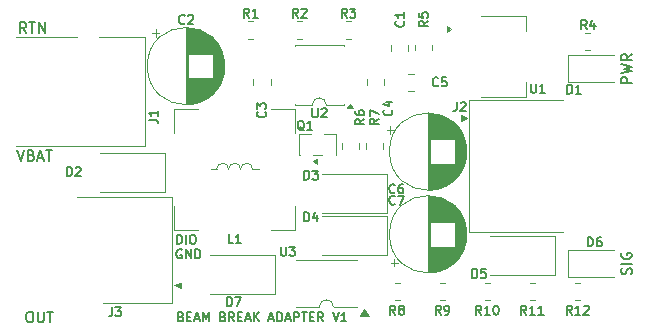
<source format=gto>
%TF.GenerationSoftware,KiCad,Pcbnew,9.0.7-9.0.7~ubuntu24.04.1*%
%TF.CreationDate,2026-01-02T10:48:07-08:00*%
%TF.ProjectId,BeamBreak-v1,4265616d-4272-4656-916b-2d76312e6b69,1*%
%TF.SameCoordinates,Original*%
%TF.FileFunction,Legend,Top*%
%TF.FilePolarity,Positive*%
%FSLAX46Y46*%
G04 Gerber Fmt 4.6, Leading zero omitted, Abs format (unit mm)*
G04 Created by KiCad (PCBNEW 9.0.7-9.0.7~ubuntu24.04.1) date 2026-01-02 10:48:07*
%MOMM*%
%LPD*%
G01*
G04 APERTURE LIST*
%ADD10C,0.152400*%
%ADD11C,0.127000*%
%ADD12C,0.120000*%
%ADD13C,0.100000*%
G04 APERTURE END LIST*
D10*
X164467896Y-98409879D02*
X164171563Y-97986546D01*
X163959896Y-98409879D02*
X163959896Y-97520879D01*
X163959896Y-97520879D02*
X164298563Y-97520879D01*
X164298563Y-97520879D02*
X164383230Y-97563212D01*
X164383230Y-97563212D02*
X164425563Y-97605546D01*
X164425563Y-97605546D02*
X164467896Y-97690212D01*
X164467896Y-97690212D02*
X164467896Y-97817212D01*
X164467896Y-97817212D02*
X164425563Y-97901879D01*
X164425563Y-97901879D02*
X164383230Y-97944212D01*
X164383230Y-97944212D02*
X164298563Y-97986546D01*
X164298563Y-97986546D02*
X163959896Y-97986546D01*
X164721896Y-97520879D02*
X165229896Y-97520879D01*
X164975896Y-98409879D02*
X164975896Y-97520879D01*
X165526229Y-98409879D02*
X165526229Y-97520879D01*
X165526229Y-97520879D02*
X166034229Y-98409879D01*
X166034229Y-98409879D02*
X166034229Y-97520879D01*
D11*
X177556980Y-122462398D02*
X177665837Y-122498684D01*
X177665837Y-122498684D02*
X177702123Y-122534970D01*
X177702123Y-122534970D02*
X177738409Y-122607541D01*
X177738409Y-122607541D02*
X177738409Y-122716398D01*
X177738409Y-122716398D02*
X177702123Y-122788970D01*
X177702123Y-122788970D02*
X177665837Y-122825256D01*
X177665837Y-122825256D02*
X177593266Y-122861541D01*
X177593266Y-122861541D02*
X177302980Y-122861541D01*
X177302980Y-122861541D02*
X177302980Y-122099541D01*
X177302980Y-122099541D02*
X177556980Y-122099541D01*
X177556980Y-122099541D02*
X177629552Y-122135827D01*
X177629552Y-122135827D02*
X177665837Y-122172113D01*
X177665837Y-122172113D02*
X177702123Y-122244684D01*
X177702123Y-122244684D02*
X177702123Y-122317256D01*
X177702123Y-122317256D02*
X177665837Y-122389827D01*
X177665837Y-122389827D02*
X177629552Y-122426113D01*
X177629552Y-122426113D02*
X177556980Y-122462398D01*
X177556980Y-122462398D02*
X177302980Y-122462398D01*
X178064980Y-122462398D02*
X178318980Y-122462398D01*
X178427837Y-122861541D02*
X178064980Y-122861541D01*
X178064980Y-122861541D02*
X178064980Y-122099541D01*
X178064980Y-122099541D02*
X178427837Y-122099541D01*
X178718123Y-122643827D02*
X179080981Y-122643827D01*
X178645552Y-122861541D02*
X178899552Y-122099541D01*
X178899552Y-122099541D02*
X179153552Y-122861541D01*
X179407552Y-122861541D02*
X179407552Y-122099541D01*
X179407552Y-122099541D02*
X179661552Y-122643827D01*
X179661552Y-122643827D02*
X179915552Y-122099541D01*
X179915552Y-122099541D02*
X179915552Y-122861541D01*
X181112980Y-122462398D02*
X181221837Y-122498684D01*
X181221837Y-122498684D02*
X181258123Y-122534970D01*
X181258123Y-122534970D02*
X181294409Y-122607541D01*
X181294409Y-122607541D02*
X181294409Y-122716398D01*
X181294409Y-122716398D02*
X181258123Y-122788970D01*
X181258123Y-122788970D02*
X181221837Y-122825256D01*
X181221837Y-122825256D02*
X181149266Y-122861541D01*
X181149266Y-122861541D02*
X180858980Y-122861541D01*
X180858980Y-122861541D02*
X180858980Y-122099541D01*
X180858980Y-122099541D02*
X181112980Y-122099541D01*
X181112980Y-122099541D02*
X181185552Y-122135827D01*
X181185552Y-122135827D02*
X181221837Y-122172113D01*
X181221837Y-122172113D02*
X181258123Y-122244684D01*
X181258123Y-122244684D02*
X181258123Y-122317256D01*
X181258123Y-122317256D02*
X181221837Y-122389827D01*
X181221837Y-122389827D02*
X181185552Y-122426113D01*
X181185552Y-122426113D02*
X181112980Y-122462398D01*
X181112980Y-122462398D02*
X180858980Y-122462398D01*
X182056409Y-122861541D02*
X181802409Y-122498684D01*
X181620980Y-122861541D02*
X181620980Y-122099541D01*
X181620980Y-122099541D02*
X181911266Y-122099541D01*
X181911266Y-122099541D02*
X181983837Y-122135827D01*
X181983837Y-122135827D02*
X182020123Y-122172113D01*
X182020123Y-122172113D02*
X182056409Y-122244684D01*
X182056409Y-122244684D02*
X182056409Y-122353541D01*
X182056409Y-122353541D02*
X182020123Y-122426113D01*
X182020123Y-122426113D02*
X181983837Y-122462398D01*
X181983837Y-122462398D02*
X181911266Y-122498684D01*
X181911266Y-122498684D02*
X181620980Y-122498684D01*
X182382980Y-122462398D02*
X182636980Y-122462398D01*
X182745837Y-122861541D02*
X182382980Y-122861541D01*
X182382980Y-122861541D02*
X182382980Y-122099541D01*
X182382980Y-122099541D02*
X182745837Y-122099541D01*
X183036123Y-122643827D02*
X183398981Y-122643827D01*
X182963552Y-122861541D02*
X183217552Y-122099541D01*
X183217552Y-122099541D02*
X183471552Y-122861541D01*
X183725552Y-122861541D02*
X183725552Y-122099541D01*
X184160981Y-122861541D02*
X183834409Y-122426113D01*
X184160981Y-122099541D02*
X183725552Y-122534970D01*
X185031837Y-122643827D02*
X185394695Y-122643827D01*
X184959266Y-122861541D02*
X185213266Y-122099541D01*
X185213266Y-122099541D02*
X185467266Y-122861541D01*
X185721266Y-122861541D02*
X185721266Y-122099541D01*
X185721266Y-122099541D02*
X185902695Y-122099541D01*
X185902695Y-122099541D02*
X186011552Y-122135827D01*
X186011552Y-122135827D02*
X186084123Y-122208398D01*
X186084123Y-122208398D02*
X186120409Y-122280970D01*
X186120409Y-122280970D02*
X186156695Y-122426113D01*
X186156695Y-122426113D02*
X186156695Y-122534970D01*
X186156695Y-122534970D02*
X186120409Y-122680113D01*
X186120409Y-122680113D02*
X186084123Y-122752684D01*
X186084123Y-122752684D02*
X186011552Y-122825256D01*
X186011552Y-122825256D02*
X185902695Y-122861541D01*
X185902695Y-122861541D02*
X185721266Y-122861541D01*
X186446980Y-122643827D02*
X186809838Y-122643827D01*
X186374409Y-122861541D02*
X186628409Y-122099541D01*
X186628409Y-122099541D02*
X186882409Y-122861541D01*
X187136409Y-122861541D02*
X187136409Y-122099541D01*
X187136409Y-122099541D02*
X187426695Y-122099541D01*
X187426695Y-122099541D02*
X187499266Y-122135827D01*
X187499266Y-122135827D02*
X187535552Y-122172113D01*
X187535552Y-122172113D02*
X187571838Y-122244684D01*
X187571838Y-122244684D02*
X187571838Y-122353541D01*
X187571838Y-122353541D02*
X187535552Y-122426113D01*
X187535552Y-122426113D02*
X187499266Y-122462398D01*
X187499266Y-122462398D02*
X187426695Y-122498684D01*
X187426695Y-122498684D02*
X187136409Y-122498684D01*
X187789552Y-122099541D02*
X188224981Y-122099541D01*
X188007266Y-122861541D02*
X188007266Y-122099541D01*
X188478980Y-122462398D02*
X188732980Y-122462398D01*
X188841837Y-122861541D02*
X188478980Y-122861541D01*
X188478980Y-122861541D02*
X188478980Y-122099541D01*
X188478980Y-122099541D02*
X188841837Y-122099541D01*
X189603838Y-122861541D02*
X189349838Y-122498684D01*
X189168409Y-122861541D02*
X189168409Y-122099541D01*
X189168409Y-122099541D02*
X189458695Y-122099541D01*
X189458695Y-122099541D02*
X189531266Y-122135827D01*
X189531266Y-122135827D02*
X189567552Y-122172113D01*
X189567552Y-122172113D02*
X189603838Y-122244684D01*
X189603838Y-122244684D02*
X189603838Y-122353541D01*
X189603838Y-122353541D02*
X189567552Y-122426113D01*
X189567552Y-122426113D02*
X189531266Y-122462398D01*
X189531266Y-122462398D02*
X189458695Y-122498684D01*
X189458695Y-122498684D02*
X189168409Y-122498684D01*
X190402123Y-122099541D02*
X190656123Y-122861541D01*
X190656123Y-122861541D02*
X190910123Y-122099541D01*
X191563266Y-122861541D02*
X191127837Y-122861541D01*
X191345552Y-122861541D02*
X191345552Y-122099541D01*
X191345552Y-122099541D02*
X191272980Y-122208398D01*
X191272980Y-122208398D02*
X191200409Y-122280970D01*
X191200409Y-122280970D02*
X191127837Y-122317256D01*
D10*
X163710129Y-108353344D02*
X164006463Y-109242344D01*
X164006463Y-109242344D02*
X164302796Y-108353344D01*
X164895463Y-108776677D02*
X165022463Y-108819011D01*
X165022463Y-108819011D02*
X165064796Y-108861344D01*
X165064796Y-108861344D02*
X165107129Y-108946011D01*
X165107129Y-108946011D02*
X165107129Y-109073011D01*
X165107129Y-109073011D02*
X165064796Y-109157677D01*
X165064796Y-109157677D02*
X165022463Y-109200011D01*
X165022463Y-109200011D02*
X164937796Y-109242344D01*
X164937796Y-109242344D02*
X164599129Y-109242344D01*
X164599129Y-109242344D02*
X164599129Y-108353344D01*
X164599129Y-108353344D02*
X164895463Y-108353344D01*
X164895463Y-108353344D02*
X164980129Y-108395677D01*
X164980129Y-108395677D02*
X165022463Y-108438011D01*
X165022463Y-108438011D02*
X165064796Y-108522677D01*
X165064796Y-108522677D02*
X165064796Y-108607344D01*
X165064796Y-108607344D02*
X165022463Y-108692011D01*
X165022463Y-108692011D02*
X164980129Y-108734344D01*
X164980129Y-108734344D02*
X164895463Y-108776677D01*
X164895463Y-108776677D02*
X164599129Y-108776677D01*
X165445796Y-108988344D02*
X165869129Y-108988344D01*
X165361129Y-109242344D02*
X165657463Y-108353344D01*
X165657463Y-108353344D02*
X165953796Y-109242344D01*
X166123129Y-108353344D02*
X166631129Y-108353344D01*
X166377129Y-109242344D02*
X166377129Y-108353344D01*
D11*
X177226780Y-116300764D02*
X177226780Y-115538764D01*
X177226780Y-115538764D02*
X177408209Y-115538764D01*
X177408209Y-115538764D02*
X177517066Y-115575050D01*
X177517066Y-115575050D02*
X177589637Y-115647621D01*
X177589637Y-115647621D02*
X177625923Y-115720193D01*
X177625923Y-115720193D02*
X177662209Y-115865336D01*
X177662209Y-115865336D02*
X177662209Y-115974193D01*
X177662209Y-115974193D02*
X177625923Y-116119336D01*
X177625923Y-116119336D02*
X177589637Y-116191907D01*
X177589637Y-116191907D02*
X177517066Y-116264479D01*
X177517066Y-116264479D02*
X177408209Y-116300764D01*
X177408209Y-116300764D02*
X177226780Y-116300764D01*
X177988780Y-116300764D02*
X177988780Y-115538764D01*
X178496780Y-115538764D02*
X178641923Y-115538764D01*
X178641923Y-115538764D02*
X178714494Y-115575050D01*
X178714494Y-115575050D02*
X178787066Y-115647621D01*
X178787066Y-115647621D02*
X178823351Y-115792764D01*
X178823351Y-115792764D02*
X178823351Y-116046764D01*
X178823351Y-116046764D02*
X178787066Y-116191907D01*
X178787066Y-116191907D02*
X178714494Y-116264479D01*
X178714494Y-116264479D02*
X178641923Y-116300764D01*
X178641923Y-116300764D02*
X178496780Y-116300764D01*
X178496780Y-116300764D02*
X178424209Y-116264479D01*
X178424209Y-116264479D02*
X178351637Y-116191907D01*
X178351637Y-116191907D02*
X178315351Y-116046764D01*
X178315351Y-116046764D02*
X178315351Y-115792764D01*
X178315351Y-115792764D02*
X178351637Y-115647621D01*
X178351637Y-115647621D02*
X178424209Y-115575050D01*
X178424209Y-115575050D02*
X178496780Y-115538764D01*
X177625923Y-116801827D02*
X177553352Y-116765541D01*
X177553352Y-116765541D02*
X177444494Y-116765541D01*
X177444494Y-116765541D02*
X177335637Y-116801827D01*
X177335637Y-116801827D02*
X177263066Y-116874398D01*
X177263066Y-116874398D02*
X177226780Y-116946970D01*
X177226780Y-116946970D02*
X177190494Y-117092113D01*
X177190494Y-117092113D02*
X177190494Y-117200970D01*
X177190494Y-117200970D02*
X177226780Y-117346113D01*
X177226780Y-117346113D02*
X177263066Y-117418684D01*
X177263066Y-117418684D02*
X177335637Y-117491256D01*
X177335637Y-117491256D02*
X177444494Y-117527541D01*
X177444494Y-117527541D02*
X177517066Y-117527541D01*
X177517066Y-117527541D02*
X177625923Y-117491256D01*
X177625923Y-117491256D02*
X177662209Y-117454970D01*
X177662209Y-117454970D02*
X177662209Y-117200970D01*
X177662209Y-117200970D02*
X177517066Y-117200970D01*
X177988780Y-117527541D02*
X177988780Y-116765541D01*
X177988780Y-116765541D02*
X178424209Y-117527541D01*
X178424209Y-117527541D02*
X178424209Y-116765541D01*
X178787066Y-117527541D02*
X178787066Y-116765541D01*
X178787066Y-116765541D02*
X178968495Y-116765541D01*
X178968495Y-116765541D02*
X179077352Y-116801827D01*
X179077352Y-116801827D02*
X179149923Y-116874398D01*
X179149923Y-116874398D02*
X179186209Y-116946970D01*
X179186209Y-116946970D02*
X179222495Y-117092113D01*
X179222495Y-117092113D02*
X179222495Y-117200970D01*
X179222495Y-117200970D02*
X179186209Y-117346113D01*
X179186209Y-117346113D02*
X179149923Y-117418684D01*
X179149923Y-117418684D02*
X179077352Y-117491256D01*
X179077352Y-117491256D02*
X178968495Y-117527541D01*
X178968495Y-117527541D02*
X178787066Y-117527541D01*
X183337200Y-97145311D02*
X183083200Y-96782454D01*
X182901771Y-97145311D02*
X182901771Y-96383311D01*
X182901771Y-96383311D02*
X183192057Y-96383311D01*
X183192057Y-96383311D02*
X183264628Y-96419597D01*
X183264628Y-96419597D02*
X183300914Y-96455883D01*
X183300914Y-96455883D02*
X183337200Y-96528454D01*
X183337200Y-96528454D02*
X183337200Y-96637311D01*
X183337200Y-96637311D02*
X183300914Y-96709883D01*
X183300914Y-96709883D02*
X183264628Y-96746168D01*
X183264628Y-96746168D02*
X183192057Y-96782454D01*
X183192057Y-96782454D02*
X182901771Y-96782454D01*
X184062914Y-97145311D02*
X183627485Y-97145311D01*
X183845200Y-97145311D02*
X183845200Y-96383311D01*
X183845200Y-96383311D02*
X183772628Y-96492168D01*
X183772628Y-96492168D02*
X183700057Y-96564740D01*
X183700057Y-96564740D02*
X183627485Y-96601026D01*
X199567800Y-122291311D02*
X199313800Y-121928454D01*
X199132371Y-122291311D02*
X199132371Y-121529311D01*
X199132371Y-121529311D02*
X199422657Y-121529311D01*
X199422657Y-121529311D02*
X199495228Y-121565597D01*
X199495228Y-121565597D02*
X199531514Y-121601883D01*
X199531514Y-121601883D02*
X199567800Y-121674454D01*
X199567800Y-121674454D02*
X199567800Y-121783311D01*
X199567800Y-121783311D02*
X199531514Y-121855883D01*
X199531514Y-121855883D02*
X199495228Y-121892168D01*
X199495228Y-121892168D02*
X199422657Y-121928454D01*
X199422657Y-121928454D02*
X199132371Y-121928454D01*
X199930657Y-122291311D02*
X200075800Y-122291311D01*
X200075800Y-122291311D02*
X200148371Y-122255026D01*
X200148371Y-122255026D02*
X200184657Y-122218740D01*
X200184657Y-122218740D02*
X200257228Y-122109883D01*
X200257228Y-122109883D02*
X200293514Y-121964740D01*
X200293514Y-121964740D02*
X200293514Y-121674454D01*
X200293514Y-121674454D02*
X200257228Y-121601883D01*
X200257228Y-121601883D02*
X200220943Y-121565597D01*
X200220943Y-121565597D02*
X200148371Y-121529311D01*
X200148371Y-121529311D02*
X200003228Y-121529311D01*
X200003228Y-121529311D02*
X199930657Y-121565597D01*
X199930657Y-121565597D02*
X199894371Y-121601883D01*
X199894371Y-121601883D02*
X199858085Y-121674454D01*
X199858085Y-121674454D02*
X199858085Y-121855883D01*
X199858085Y-121855883D02*
X199894371Y-121928454D01*
X199894371Y-121928454D02*
X199930657Y-121964740D01*
X199930657Y-121964740D02*
X200003228Y-122001026D01*
X200003228Y-122001026D02*
X200148371Y-122001026D01*
X200148371Y-122001026D02*
X200220943Y-121964740D01*
X200220943Y-121964740D02*
X200257228Y-121928454D01*
X200257228Y-121928454D02*
X200293514Y-121855883D01*
X167915771Y-110556511D02*
X167915771Y-109794511D01*
X167915771Y-109794511D02*
X168097200Y-109794511D01*
X168097200Y-109794511D02*
X168206057Y-109830797D01*
X168206057Y-109830797D02*
X168278628Y-109903368D01*
X168278628Y-109903368D02*
X168314914Y-109975940D01*
X168314914Y-109975940D02*
X168351200Y-110121083D01*
X168351200Y-110121083D02*
X168351200Y-110229940D01*
X168351200Y-110229940D02*
X168314914Y-110375083D01*
X168314914Y-110375083D02*
X168278628Y-110447654D01*
X168278628Y-110447654D02*
X168206057Y-110520226D01*
X168206057Y-110520226D02*
X168097200Y-110556511D01*
X168097200Y-110556511D02*
X167915771Y-110556511D01*
X168641485Y-109867083D02*
X168677771Y-109830797D01*
X168677771Y-109830797D02*
X168750343Y-109794511D01*
X168750343Y-109794511D02*
X168931771Y-109794511D01*
X168931771Y-109794511D02*
X169004343Y-109830797D01*
X169004343Y-109830797D02*
X169040628Y-109867083D01*
X169040628Y-109867083D02*
X169076914Y-109939654D01*
X169076914Y-109939654D02*
X169076914Y-110012226D01*
X169076914Y-110012226D02*
X169040628Y-110121083D01*
X169040628Y-110121083D02*
X168605200Y-110556511D01*
X168605200Y-110556511D02*
X169076914Y-110556511D01*
X181991000Y-116246111D02*
X181628143Y-116246111D01*
X181628143Y-116246111D02*
X181628143Y-115484111D01*
X182644143Y-116246111D02*
X182208714Y-116246111D01*
X182426429Y-116246111D02*
X182426429Y-115484111D01*
X182426429Y-115484111D02*
X182353857Y-115592968D01*
X182353857Y-115592968D02*
X182281286Y-115665540D01*
X182281286Y-115665540D02*
X182208714Y-115701826D01*
X195665739Y-112896940D02*
X195629453Y-112933226D01*
X195629453Y-112933226D02*
X195520596Y-112969511D01*
X195520596Y-112969511D02*
X195448024Y-112969511D01*
X195448024Y-112969511D02*
X195339167Y-112933226D01*
X195339167Y-112933226D02*
X195266596Y-112860654D01*
X195266596Y-112860654D02*
X195230310Y-112788083D01*
X195230310Y-112788083D02*
X195194024Y-112642940D01*
X195194024Y-112642940D02*
X195194024Y-112534083D01*
X195194024Y-112534083D02*
X195230310Y-112388940D01*
X195230310Y-112388940D02*
X195266596Y-112316368D01*
X195266596Y-112316368D02*
X195339167Y-112243797D01*
X195339167Y-112243797D02*
X195448024Y-112207511D01*
X195448024Y-112207511D02*
X195520596Y-112207511D01*
X195520596Y-112207511D02*
X195629453Y-112243797D01*
X195629453Y-112243797D02*
X195665739Y-112280083D01*
X195919739Y-112207511D02*
X196427739Y-112207511D01*
X196427739Y-112207511D02*
X196101167Y-112969511D01*
X211912200Y-98135911D02*
X211658200Y-97773054D01*
X211476771Y-98135911D02*
X211476771Y-97373911D01*
X211476771Y-97373911D02*
X211767057Y-97373911D01*
X211767057Y-97373911D02*
X211839628Y-97410197D01*
X211839628Y-97410197D02*
X211875914Y-97446483D01*
X211875914Y-97446483D02*
X211912200Y-97519054D01*
X211912200Y-97519054D02*
X211912200Y-97627911D01*
X211912200Y-97627911D02*
X211875914Y-97700483D01*
X211875914Y-97700483D02*
X211839628Y-97736768D01*
X211839628Y-97736768D02*
X211767057Y-97773054D01*
X211767057Y-97773054D02*
X211476771Y-97773054D01*
X212565343Y-97627911D02*
X212565343Y-98135911D01*
X212383914Y-97337626D02*
X212202485Y-97881911D01*
X212202485Y-97881911D02*
X212674200Y-97881911D01*
X188700228Y-104816111D02*
X188700228Y-105432968D01*
X188700228Y-105432968D02*
X188736514Y-105505540D01*
X188736514Y-105505540D02*
X188772800Y-105541826D01*
X188772800Y-105541826D02*
X188845371Y-105578111D01*
X188845371Y-105578111D02*
X188990514Y-105578111D01*
X188990514Y-105578111D02*
X189063085Y-105541826D01*
X189063085Y-105541826D02*
X189099371Y-105505540D01*
X189099371Y-105505540D02*
X189135657Y-105432968D01*
X189135657Y-105432968D02*
X189135657Y-104816111D01*
X189462228Y-104888683D02*
X189498514Y-104852397D01*
X189498514Y-104852397D02*
X189571086Y-104816111D01*
X189571086Y-104816111D02*
X189752514Y-104816111D01*
X189752514Y-104816111D02*
X189825086Y-104852397D01*
X189825086Y-104852397D02*
X189861371Y-104888683D01*
X189861371Y-104888683D02*
X189897657Y-104961254D01*
X189897657Y-104961254D02*
X189897657Y-105033826D01*
X189897657Y-105033826D02*
X189861371Y-105142683D01*
X189861371Y-105142683D02*
X189425943Y-105578111D01*
X189425943Y-105578111D02*
X189897657Y-105578111D01*
X207191428Y-102733311D02*
X207191428Y-103350168D01*
X207191428Y-103350168D02*
X207227714Y-103422740D01*
X207227714Y-103422740D02*
X207264000Y-103459026D01*
X207264000Y-103459026D02*
X207336571Y-103495311D01*
X207336571Y-103495311D02*
X207481714Y-103495311D01*
X207481714Y-103495311D02*
X207554285Y-103459026D01*
X207554285Y-103459026D02*
X207590571Y-103422740D01*
X207590571Y-103422740D02*
X207626857Y-103350168D01*
X207626857Y-103350168D02*
X207626857Y-102733311D01*
X208388857Y-103495311D02*
X207953428Y-103495311D01*
X208171143Y-103495311D02*
X208171143Y-102733311D01*
X208171143Y-102733311D02*
X208098571Y-102842168D01*
X208098571Y-102842168D02*
X208026000Y-102914740D01*
X208026000Y-102914740D02*
X207953428Y-102951026D01*
X174843911Y-105790999D02*
X175388197Y-105790999D01*
X175388197Y-105790999D02*
X175497054Y-105827284D01*
X175497054Y-105827284D02*
X175569626Y-105899856D01*
X175569626Y-105899856D02*
X175605911Y-106008713D01*
X175605911Y-106008713D02*
X175605911Y-106081284D01*
X175605911Y-105028999D02*
X175605911Y-105464428D01*
X175605911Y-105246713D02*
X174843911Y-105246713D01*
X174843911Y-105246713D02*
X174952768Y-105319285D01*
X174952768Y-105319285D02*
X175025340Y-105391856D01*
X175025340Y-105391856D02*
X175061626Y-105464428D01*
X206824943Y-122291311D02*
X206570943Y-121928454D01*
X206389514Y-122291311D02*
X206389514Y-121529311D01*
X206389514Y-121529311D02*
X206679800Y-121529311D01*
X206679800Y-121529311D02*
X206752371Y-121565597D01*
X206752371Y-121565597D02*
X206788657Y-121601883D01*
X206788657Y-121601883D02*
X206824943Y-121674454D01*
X206824943Y-121674454D02*
X206824943Y-121783311D01*
X206824943Y-121783311D02*
X206788657Y-121855883D01*
X206788657Y-121855883D02*
X206752371Y-121892168D01*
X206752371Y-121892168D02*
X206679800Y-121928454D01*
X206679800Y-121928454D02*
X206389514Y-121928454D01*
X207550657Y-122291311D02*
X207115228Y-122291311D01*
X207332943Y-122291311D02*
X207332943Y-121529311D01*
X207332943Y-121529311D02*
X207260371Y-121638168D01*
X207260371Y-121638168D02*
X207187800Y-121710740D01*
X207187800Y-121710740D02*
X207115228Y-121747026D01*
X208276371Y-122291311D02*
X207840942Y-122291311D01*
X208058657Y-122291311D02*
X208058657Y-121529311D01*
X208058657Y-121529311D02*
X207986085Y-121638168D01*
X207986085Y-121638168D02*
X207913514Y-121710740D01*
X207913514Y-121710740D02*
X207840942Y-121747026D01*
X195396140Y-104952799D02*
X195432426Y-104989085D01*
X195432426Y-104989085D02*
X195468711Y-105097942D01*
X195468711Y-105097942D02*
X195468711Y-105170514D01*
X195468711Y-105170514D02*
X195432426Y-105279371D01*
X195432426Y-105279371D02*
X195359854Y-105351942D01*
X195359854Y-105351942D02*
X195287283Y-105388228D01*
X195287283Y-105388228D02*
X195142140Y-105424514D01*
X195142140Y-105424514D02*
X195033283Y-105424514D01*
X195033283Y-105424514D02*
X194888140Y-105388228D01*
X194888140Y-105388228D02*
X194815568Y-105351942D01*
X194815568Y-105351942D02*
X194742997Y-105279371D01*
X194742997Y-105279371D02*
X194706711Y-105170514D01*
X194706711Y-105170514D02*
X194706711Y-105097942D01*
X194706711Y-105097942D02*
X194742997Y-104989085D01*
X194742997Y-104989085D02*
X194779283Y-104952799D01*
X194960711Y-104299657D02*
X195468711Y-104299657D01*
X194670426Y-104481085D02*
X195214711Y-104662514D01*
X195214711Y-104662514D02*
X195214711Y-104190799D01*
X210282971Y-103596911D02*
X210282971Y-102834911D01*
X210282971Y-102834911D02*
X210464400Y-102834911D01*
X210464400Y-102834911D02*
X210573257Y-102871197D01*
X210573257Y-102871197D02*
X210645828Y-102943768D01*
X210645828Y-102943768D02*
X210682114Y-103016340D01*
X210682114Y-103016340D02*
X210718400Y-103161483D01*
X210718400Y-103161483D02*
X210718400Y-103270340D01*
X210718400Y-103270340D02*
X210682114Y-103415483D01*
X210682114Y-103415483D02*
X210645828Y-103488054D01*
X210645828Y-103488054D02*
X210573257Y-103560626D01*
X210573257Y-103560626D02*
X210464400Y-103596911D01*
X210464400Y-103596911D02*
X210282971Y-103596911D01*
X211444114Y-103596911D02*
X211008685Y-103596911D01*
X211226400Y-103596911D02*
X211226400Y-102834911D01*
X211226400Y-102834911D02*
X211153828Y-102943768D01*
X211153828Y-102943768D02*
X211081257Y-103016340D01*
X211081257Y-103016340D02*
X211008685Y-103052626D01*
D10*
X215719144Y-102658333D02*
X214830144Y-102658333D01*
X214830144Y-102658333D02*
X214830144Y-102319666D01*
X214830144Y-102319666D02*
X214872477Y-102235000D01*
X214872477Y-102235000D02*
X214914811Y-102192666D01*
X214914811Y-102192666D02*
X214999477Y-102150333D01*
X214999477Y-102150333D02*
X215126477Y-102150333D01*
X215126477Y-102150333D02*
X215211144Y-102192666D01*
X215211144Y-102192666D02*
X215253477Y-102235000D01*
X215253477Y-102235000D02*
X215295811Y-102319666D01*
X215295811Y-102319666D02*
X215295811Y-102658333D01*
X214830144Y-101854000D02*
X215719144Y-101642333D01*
X215719144Y-101642333D02*
X215084144Y-101473000D01*
X215084144Y-101473000D02*
X215719144Y-101303666D01*
X215719144Y-101303666D02*
X214830144Y-101092000D01*
X215719144Y-100245333D02*
X215295811Y-100541666D01*
X215719144Y-100753333D02*
X214830144Y-100753333D01*
X214830144Y-100753333D02*
X214830144Y-100414666D01*
X214830144Y-100414666D02*
X214872477Y-100330000D01*
X214872477Y-100330000D02*
X214914811Y-100287666D01*
X214914811Y-100287666D02*
X214999477Y-100245333D01*
X214999477Y-100245333D02*
X215126477Y-100245333D01*
X215126477Y-100245333D02*
X215211144Y-100287666D01*
X215211144Y-100287666D02*
X215253477Y-100330000D01*
X215253477Y-100330000D02*
X215295811Y-100414666D01*
X215295811Y-100414666D02*
X215295811Y-100753333D01*
D11*
X177876200Y-97606140D02*
X177839914Y-97642426D01*
X177839914Y-97642426D02*
X177731057Y-97678711D01*
X177731057Y-97678711D02*
X177658485Y-97678711D01*
X177658485Y-97678711D02*
X177549628Y-97642426D01*
X177549628Y-97642426D02*
X177477057Y-97569854D01*
X177477057Y-97569854D02*
X177440771Y-97497283D01*
X177440771Y-97497283D02*
X177404485Y-97352140D01*
X177404485Y-97352140D02*
X177404485Y-97243283D01*
X177404485Y-97243283D02*
X177440771Y-97098140D01*
X177440771Y-97098140D02*
X177477057Y-97025568D01*
X177477057Y-97025568D02*
X177549628Y-96952997D01*
X177549628Y-96952997D02*
X177658485Y-96916711D01*
X177658485Y-96916711D02*
X177731057Y-96916711D01*
X177731057Y-96916711D02*
X177839914Y-96952997D01*
X177839914Y-96952997D02*
X177876200Y-96989283D01*
X178166485Y-96989283D02*
X178202771Y-96952997D01*
X178202771Y-96952997D02*
X178275343Y-96916711D01*
X178275343Y-96916711D02*
X178456771Y-96916711D01*
X178456771Y-96916711D02*
X178529343Y-96952997D01*
X178529343Y-96952997D02*
X178565628Y-96989283D01*
X178565628Y-96989283D02*
X178601914Y-97061854D01*
X178601914Y-97061854D02*
X178601914Y-97134426D01*
X178601914Y-97134426D02*
X178565628Y-97243283D01*
X178565628Y-97243283D02*
X178130200Y-97678711D01*
X178130200Y-97678711D02*
X178601914Y-97678711D01*
X181479371Y-121554711D02*
X181479371Y-120792711D01*
X181479371Y-120792711D02*
X181660800Y-120792711D01*
X181660800Y-120792711D02*
X181769657Y-120828997D01*
X181769657Y-120828997D02*
X181842228Y-120901568D01*
X181842228Y-120901568D02*
X181878514Y-120974140D01*
X181878514Y-120974140D02*
X181914800Y-121119283D01*
X181914800Y-121119283D02*
X181914800Y-121228140D01*
X181914800Y-121228140D02*
X181878514Y-121373283D01*
X181878514Y-121373283D02*
X181842228Y-121445854D01*
X181842228Y-121445854D02*
X181769657Y-121518426D01*
X181769657Y-121518426D02*
X181660800Y-121554711D01*
X181660800Y-121554711D02*
X181479371Y-121554711D01*
X182168800Y-120792711D02*
X182676800Y-120792711D01*
X182676800Y-120792711D02*
X182350228Y-121554711D01*
X202231171Y-119192511D02*
X202231171Y-118430511D01*
X202231171Y-118430511D02*
X202412600Y-118430511D01*
X202412600Y-118430511D02*
X202521457Y-118466797D01*
X202521457Y-118466797D02*
X202594028Y-118539368D01*
X202594028Y-118539368D02*
X202630314Y-118611940D01*
X202630314Y-118611940D02*
X202666600Y-118757083D01*
X202666600Y-118757083D02*
X202666600Y-118865940D01*
X202666600Y-118865940D02*
X202630314Y-119011083D01*
X202630314Y-119011083D02*
X202594028Y-119083654D01*
X202594028Y-119083654D02*
X202521457Y-119156226D01*
X202521457Y-119156226D02*
X202412600Y-119192511D01*
X202412600Y-119192511D02*
X202231171Y-119192511D01*
X203356028Y-118430511D02*
X202993171Y-118430511D01*
X202993171Y-118430511D02*
X202956885Y-118793368D01*
X202956885Y-118793368D02*
X202993171Y-118757083D01*
X202993171Y-118757083D02*
X203065743Y-118720797D01*
X203065743Y-118720797D02*
X203247171Y-118720797D01*
X203247171Y-118720797D02*
X203319743Y-118757083D01*
X203319743Y-118757083D02*
X203356028Y-118793368D01*
X203356028Y-118793368D02*
X203392314Y-118865940D01*
X203392314Y-118865940D02*
X203392314Y-119047368D01*
X203392314Y-119047368D02*
X203356028Y-119119940D01*
X203356028Y-119119940D02*
X203319743Y-119156226D01*
X203319743Y-119156226D02*
X203247171Y-119192511D01*
X203247171Y-119192511D02*
X203065743Y-119192511D01*
X203065743Y-119192511D02*
X202993171Y-119156226D01*
X202993171Y-119156226D02*
X202956885Y-119119940D01*
X210660343Y-122291311D02*
X210406343Y-121928454D01*
X210224914Y-122291311D02*
X210224914Y-121529311D01*
X210224914Y-121529311D02*
X210515200Y-121529311D01*
X210515200Y-121529311D02*
X210587771Y-121565597D01*
X210587771Y-121565597D02*
X210624057Y-121601883D01*
X210624057Y-121601883D02*
X210660343Y-121674454D01*
X210660343Y-121674454D02*
X210660343Y-121783311D01*
X210660343Y-121783311D02*
X210624057Y-121855883D01*
X210624057Y-121855883D02*
X210587771Y-121892168D01*
X210587771Y-121892168D02*
X210515200Y-121928454D01*
X210515200Y-121928454D02*
X210224914Y-121928454D01*
X211386057Y-122291311D02*
X210950628Y-122291311D01*
X211168343Y-122291311D02*
X211168343Y-121529311D01*
X211168343Y-121529311D02*
X211095771Y-121638168D01*
X211095771Y-121638168D02*
X211023200Y-121710740D01*
X211023200Y-121710740D02*
X210950628Y-121747026D01*
X211676342Y-121601883D02*
X211712628Y-121565597D01*
X211712628Y-121565597D02*
X211785200Y-121529311D01*
X211785200Y-121529311D02*
X211966628Y-121529311D01*
X211966628Y-121529311D02*
X212039200Y-121565597D01*
X212039200Y-121565597D02*
X212075485Y-121601883D01*
X212075485Y-121601883D02*
X212111771Y-121674454D01*
X212111771Y-121674454D02*
X212111771Y-121747026D01*
X212111771Y-121747026D02*
X212075485Y-121855883D01*
X212075485Y-121855883D02*
X211640057Y-122291311D01*
X211640057Y-122291311D02*
X212111771Y-122291311D01*
X195681600Y-111931740D02*
X195645314Y-111968026D01*
X195645314Y-111968026D02*
X195536457Y-112004311D01*
X195536457Y-112004311D02*
X195463885Y-112004311D01*
X195463885Y-112004311D02*
X195355028Y-111968026D01*
X195355028Y-111968026D02*
X195282457Y-111895454D01*
X195282457Y-111895454D02*
X195246171Y-111822883D01*
X195246171Y-111822883D02*
X195209885Y-111677740D01*
X195209885Y-111677740D02*
X195209885Y-111568883D01*
X195209885Y-111568883D02*
X195246171Y-111423740D01*
X195246171Y-111423740D02*
X195282457Y-111351168D01*
X195282457Y-111351168D02*
X195355028Y-111278597D01*
X195355028Y-111278597D02*
X195463885Y-111242311D01*
X195463885Y-111242311D02*
X195536457Y-111242311D01*
X195536457Y-111242311D02*
X195645314Y-111278597D01*
X195645314Y-111278597D02*
X195681600Y-111314883D01*
X196334743Y-111242311D02*
X196189600Y-111242311D01*
X196189600Y-111242311D02*
X196117028Y-111278597D01*
X196117028Y-111278597D02*
X196080743Y-111314883D01*
X196080743Y-111314883D02*
X196008171Y-111423740D01*
X196008171Y-111423740D02*
X195971885Y-111568883D01*
X195971885Y-111568883D02*
X195971885Y-111859168D01*
X195971885Y-111859168D02*
X196008171Y-111931740D01*
X196008171Y-111931740D02*
X196044457Y-111968026D01*
X196044457Y-111968026D02*
X196117028Y-112004311D01*
X196117028Y-112004311D02*
X196262171Y-112004311D01*
X196262171Y-112004311D02*
X196334743Y-111968026D01*
X196334743Y-111968026D02*
X196371028Y-111931740D01*
X196371028Y-111931740D02*
X196407314Y-111859168D01*
X196407314Y-111859168D02*
X196407314Y-111677740D01*
X196407314Y-111677740D02*
X196371028Y-111605168D01*
X196371028Y-111605168D02*
X196334743Y-111568883D01*
X196334743Y-111568883D02*
X196262171Y-111532597D01*
X196262171Y-111532597D02*
X196117028Y-111532597D01*
X196117028Y-111532597D02*
X196044457Y-111568883D01*
X196044457Y-111568883D02*
X196008171Y-111605168D01*
X196008171Y-111605168D02*
X195971885Y-111677740D01*
X187477400Y-97145311D02*
X187223400Y-96782454D01*
X187041971Y-97145311D02*
X187041971Y-96383311D01*
X187041971Y-96383311D02*
X187332257Y-96383311D01*
X187332257Y-96383311D02*
X187404828Y-96419597D01*
X187404828Y-96419597D02*
X187441114Y-96455883D01*
X187441114Y-96455883D02*
X187477400Y-96528454D01*
X187477400Y-96528454D02*
X187477400Y-96637311D01*
X187477400Y-96637311D02*
X187441114Y-96709883D01*
X187441114Y-96709883D02*
X187404828Y-96746168D01*
X187404828Y-96746168D02*
X187332257Y-96782454D01*
X187332257Y-96782454D02*
X187041971Y-96782454D01*
X187767685Y-96455883D02*
X187803971Y-96419597D01*
X187803971Y-96419597D02*
X187876543Y-96383311D01*
X187876543Y-96383311D02*
X188057971Y-96383311D01*
X188057971Y-96383311D02*
X188130543Y-96419597D01*
X188130543Y-96419597D02*
X188166828Y-96455883D01*
X188166828Y-96455883D02*
X188203114Y-96528454D01*
X188203114Y-96528454D02*
X188203114Y-96601026D01*
X188203114Y-96601026D02*
X188166828Y-96709883D01*
X188166828Y-96709883D02*
X187731400Y-97145311D01*
X187731400Y-97145311D02*
X188203114Y-97145311D01*
X195732400Y-122291311D02*
X195478400Y-121928454D01*
X195296971Y-122291311D02*
X195296971Y-121529311D01*
X195296971Y-121529311D02*
X195587257Y-121529311D01*
X195587257Y-121529311D02*
X195659828Y-121565597D01*
X195659828Y-121565597D02*
X195696114Y-121601883D01*
X195696114Y-121601883D02*
X195732400Y-121674454D01*
X195732400Y-121674454D02*
X195732400Y-121783311D01*
X195732400Y-121783311D02*
X195696114Y-121855883D01*
X195696114Y-121855883D02*
X195659828Y-121892168D01*
X195659828Y-121892168D02*
X195587257Y-121928454D01*
X195587257Y-121928454D02*
X195296971Y-121928454D01*
X196167828Y-121855883D02*
X196095257Y-121819597D01*
X196095257Y-121819597D02*
X196058971Y-121783311D01*
X196058971Y-121783311D02*
X196022685Y-121710740D01*
X196022685Y-121710740D02*
X196022685Y-121674454D01*
X196022685Y-121674454D02*
X196058971Y-121601883D01*
X196058971Y-121601883D02*
X196095257Y-121565597D01*
X196095257Y-121565597D02*
X196167828Y-121529311D01*
X196167828Y-121529311D02*
X196312971Y-121529311D01*
X196312971Y-121529311D02*
X196385543Y-121565597D01*
X196385543Y-121565597D02*
X196421828Y-121601883D01*
X196421828Y-121601883D02*
X196458114Y-121674454D01*
X196458114Y-121674454D02*
X196458114Y-121710740D01*
X196458114Y-121710740D02*
X196421828Y-121783311D01*
X196421828Y-121783311D02*
X196385543Y-121819597D01*
X196385543Y-121819597D02*
X196312971Y-121855883D01*
X196312971Y-121855883D02*
X196167828Y-121855883D01*
X196167828Y-121855883D02*
X196095257Y-121892168D01*
X196095257Y-121892168D02*
X196058971Y-121928454D01*
X196058971Y-121928454D02*
X196022685Y-122001026D01*
X196022685Y-122001026D02*
X196022685Y-122146168D01*
X196022685Y-122146168D02*
X196058971Y-122218740D01*
X196058971Y-122218740D02*
X196095257Y-122255026D01*
X196095257Y-122255026D02*
X196167828Y-122291311D01*
X196167828Y-122291311D02*
X196312971Y-122291311D01*
X196312971Y-122291311D02*
X196385543Y-122255026D01*
X196385543Y-122255026D02*
X196421828Y-122218740D01*
X196421828Y-122218740D02*
X196458114Y-122146168D01*
X196458114Y-122146168D02*
X196458114Y-122001026D01*
X196458114Y-122001026D02*
X196421828Y-121928454D01*
X196421828Y-121928454D02*
X196385543Y-121892168D01*
X196385543Y-121892168D02*
X196312971Y-121855883D01*
X191617600Y-97145311D02*
X191363600Y-96782454D01*
X191182171Y-97145311D02*
X191182171Y-96383311D01*
X191182171Y-96383311D02*
X191472457Y-96383311D01*
X191472457Y-96383311D02*
X191545028Y-96419597D01*
X191545028Y-96419597D02*
X191581314Y-96455883D01*
X191581314Y-96455883D02*
X191617600Y-96528454D01*
X191617600Y-96528454D02*
X191617600Y-96637311D01*
X191617600Y-96637311D02*
X191581314Y-96709883D01*
X191581314Y-96709883D02*
X191545028Y-96746168D01*
X191545028Y-96746168D02*
X191472457Y-96782454D01*
X191472457Y-96782454D02*
X191182171Y-96782454D01*
X191871600Y-96383311D02*
X192343314Y-96383311D01*
X192343314Y-96383311D02*
X192089314Y-96673597D01*
X192089314Y-96673597D02*
X192198171Y-96673597D01*
X192198171Y-96673597D02*
X192270743Y-96709883D01*
X192270743Y-96709883D02*
X192307028Y-96746168D01*
X192307028Y-96746168D02*
X192343314Y-96818740D01*
X192343314Y-96818740D02*
X192343314Y-97000168D01*
X192343314Y-97000168D02*
X192307028Y-97072740D01*
X192307028Y-97072740D02*
X192270743Y-97109026D01*
X192270743Y-97109026D02*
X192198171Y-97145311D01*
X192198171Y-97145311D02*
X191980457Y-97145311D01*
X191980457Y-97145311D02*
X191907885Y-97109026D01*
X191907885Y-97109026D02*
X191871600Y-97072740D01*
X186033228Y-116550911D02*
X186033228Y-117167768D01*
X186033228Y-117167768D02*
X186069514Y-117240340D01*
X186069514Y-117240340D02*
X186105800Y-117276626D01*
X186105800Y-117276626D02*
X186178371Y-117312911D01*
X186178371Y-117312911D02*
X186323514Y-117312911D01*
X186323514Y-117312911D02*
X186396085Y-117276626D01*
X186396085Y-117276626D02*
X186432371Y-117240340D01*
X186432371Y-117240340D02*
X186468657Y-117167768D01*
X186468657Y-117167768D02*
X186468657Y-116550911D01*
X186758943Y-116550911D02*
X187230657Y-116550911D01*
X187230657Y-116550911D02*
X186976657Y-116841197D01*
X186976657Y-116841197D02*
X187085514Y-116841197D01*
X187085514Y-116841197D02*
X187158086Y-116877483D01*
X187158086Y-116877483D02*
X187194371Y-116913768D01*
X187194371Y-116913768D02*
X187230657Y-116986340D01*
X187230657Y-116986340D02*
X187230657Y-117167768D01*
X187230657Y-117167768D02*
X187194371Y-117240340D01*
X187194371Y-117240340D02*
X187158086Y-117276626D01*
X187158086Y-117276626D02*
X187085514Y-117312911D01*
X187085514Y-117312911D02*
X186867800Y-117312911D01*
X186867800Y-117312911D02*
X186795228Y-117276626D01*
X186795228Y-117276626D02*
X186758943Y-117240340D01*
X188007171Y-114391911D02*
X188007171Y-113629911D01*
X188007171Y-113629911D02*
X188188600Y-113629911D01*
X188188600Y-113629911D02*
X188297457Y-113666197D01*
X188297457Y-113666197D02*
X188370028Y-113738768D01*
X188370028Y-113738768D02*
X188406314Y-113811340D01*
X188406314Y-113811340D02*
X188442600Y-113956483D01*
X188442600Y-113956483D02*
X188442600Y-114065340D01*
X188442600Y-114065340D02*
X188406314Y-114210483D01*
X188406314Y-114210483D02*
X188370028Y-114283054D01*
X188370028Y-114283054D02*
X188297457Y-114355626D01*
X188297457Y-114355626D02*
X188188600Y-114391911D01*
X188188600Y-114391911D02*
X188007171Y-114391911D01*
X189095743Y-113883911D02*
X189095743Y-114391911D01*
X188914314Y-113593626D02*
X188732885Y-114137911D01*
X188732885Y-114137911D02*
X189204600Y-114137911D01*
X198491311Y-97434399D02*
X198128454Y-97688399D01*
X198491311Y-97869828D02*
X197729311Y-97869828D01*
X197729311Y-97869828D02*
X197729311Y-97579542D01*
X197729311Y-97579542D02*
X197765597Y-97506971D01*
X197765597Y-97506971D02*
X197801883Y-97470685D01*
X197801883Y-97470685D02*
X197874454Y-97434399D01*
X197874454Y-97434399D02*
X197983311Y-97434399D01*
X197983311Y-97434399D02*
X198055883Y-97470685D01*
X198055883Y-97470685D02*
X198092168Y-97506971D01*
X198092168Y-97506971D02*
X198128454Y-97579542D01*
X198128454Y-97579542D02*
X198128454Y-97869828D01*
X197729311Y-96744971D02*
X197729311Y-97107828D01*
X197729311Y-97107828D02*
X198092168Y-97144114D01*
X198092168Y-97144114D02*
X198055883Y-97107828D01*
X198055883Y-97107828D02*
X198019597Y-97035257D01*
X198019597Y-97035257D02*
X198019597Y-96853828D01*
X198019597Y-96853828D02*
X198055883Y-96781257D01*
X198055883Y-96781257D02*
X198092168Y-96744971D01*
X198092168Y-96744971D02*
X198164740Y-96708685D01*
X198164740Y-96708685D02*
X198346168Y-96708685D01*
X198346168Y-96708685D02*
X198418740Y-96744971D01*
X198418740Y-96744971D02*
X198455026Y-96781257D01*
X198455026Y-96781257D02*
X198491311Y-96853828D01*
X198491311Y-96853828D02*
X198491311Y-97035257D01*
X198491311Y-97035257D02*
X198455026Y-97107828D01*
X198455026Y-97107828D02*
X198418740Y-97144114D01*
X188007171Y-110861311D02*
X188007171Y-110099311D01*
X188007171Y-110099311D02*
X188188600Y-110099311D01*
X188188600Y-110099311D02*
X188297457Y-110135597D01*
X188297457Y-110135597D02*
X188370028Y-110208168D01*
X188370028Y-110208168D02*
X188406314Y-110280740D01*
X188406314Y-110280740D02*
X188442600Y-110425883D01*
X188442600Y-110425883D02*
X188442600Y-110534740D01*
X188442600Y-110534740D02*
X188406314Y-110679883D01*
X188406314Y-110679883D02*
X188370028Y-110752454D01*
X188370028Y-110752454D02*
X188297457Y-110825026D01*
X188297457Y-110825026D02*
X188188600Y-110861311D01*
X188188600Y-110861311D02*
X188007171Y-110861311D01*
X188696600Y-110099311D02*
X189168314Y-110099311D01*
X189168314Y-110099311D02*
X188914314Y-110389597D01*
X188914314Y-110389597D02*
X189023171Y-110389597D01*
X189023171Y-110389597D02*
X189095743Y-110425883D01*
X189095743Y-110425883D02*
X189132028Y-110462168D01*
X189132028Y-110462168D02*
X189168314Y-110534740D01*
X189168314Y-110534740D02*
X189168314Y-110716168D01*
X189168314Y-110716168D02*
X189132028Y-110788740D01*
X189132028Y-110788740D02*
X189095743Y-110825026D01*
X189095743Y-110825026D02*
X189023171Y-110861311D01*
X189023171Y-110861311D02*
X188805457Y-110861311D01*
X188805457Y-110861311D02*
X188732885Y-110825026D01*
X188732885Y-110825026D02*
X188696600Y-110788740D01*
X199339200Y-102889340D02*
X199302914Y-102925626D01*
X199302914Y-102925626D02*
X199194057Y-102961911D01*
X199194057Y-102961911D02*
X199121485Y-102961911D01*
X199121485Y-102961911D02*
X199012628Y-102925626D01*
X199012628Y-102925626D02*
X198940057Y-102853054D01*
X198940057Y-102853054D02*
X198903771Y-102780483D01*
X198903771Y-102780483D02*
X198867485Y-102635340D01*
X198867485Y-102635340D02*
X198867485Y-102526483D01*
X198867485Y-102526483D02*
X198903771Y-102381340D01*
X198903771Y-102381340D02*
X198940057Y-102308768D01*
X198940057Y-102308768D02*
X199012628Y-102236197D01*
X199012628Y-102236197D02*
X199121485Y-102199911D01*
X199121485Y-102199911D02*
X199194057Y-102199911D01*
X199194057Y-102199911D02*
X199302914Y-102236197D01*
X199302914Y-102236197D02*
X199339200Y-102272483D01*
X200028628Y-102199911D02*
X199665771Y-102199911D01*
X199665771Y-102199911D02*
X199629485Y-102562768D01*
X199629485Y-102562768D02*
X199665771Y-102526483D01*
X199665771Y-102526483D02*
X199738343Y-102490197D01*
X199738343Y-102490197D02*
X199919771Y-102490197D01*
X199919771Y-102490197D02*
X199992343Y-102526483D01*
X199992343Y-102526483D02*
X200028628Y-102562768D01*
X200028628Y-102562768D02*
X200064914Y-102635340D01*
X200064914Y-102635340D02*
X200064914Y-102816768D01*
X200064914Y-102816768D02*
X200028628Y-102889340D01*
X200028628Y-102889340D02*
X199992343Y-102925626D01*
X199992343Y-102925626D02*
X199919771Y-102961911D01*
X199919771Y-102961911D02*
X199738343Y-102961911D01*
X199738343Y-102961911D02*
X199665771Y-102925626D01*
X199665771Y-102925626D02*
X199629485Y-102889340D01*
X203014943Y-122291311D02*
X202760943Y-121928454D01*
X202579514Y-122291311D02*
X202579514Y-121529311D01*
X202579514Y-121529311D02*
X202869800Y-121529311D01*
X202869800Y-121529311D02*
X202942371Y-121565597D01*
X202942371Y-121565597D02*
X202978657Y-121601883D01*
X202978657Y-121601883D02*
X203014943Y-121674454D01*
X203014943Y-121674454D02*
X203014943Y-121783311D01*
X203014943Y-121783311D02*
X202978657Y-121855883D01*
X202978657Y-121855883D02*
X202942371Y-121892168D01*
X202942371Y-121892168D02*
X202869800Y-121928454D01*
X202869800Y-121928454D02*
X202579514Y-121928454D01*
X203740657Y-122291311D02*
X203305228Y-122291311D01*
X203522943Y-122291311D02*
X203522943Y-121529311D01*
X203522943Y-121529311D02*
X203450371Y-121638168D01*
X203450371Y-121638168D02*
X203377800Y-121710740D01*
X203377800Y-121710740D02*
X203305228Y-121747026D01*
X204212371Y-121529311D02*
X204284942Y-121529311D01*
X204284942Y-121529311D02*
X204357514Y-121565597D01*
X204357514Y-121565597D02*
X204393800Y-121601883D01*
X204393800Y-121601883D02*
X204430085Y-121674454D01*
X204430085Y-121674454D02*
X204466371Y-121819597D01*
X204466371Y-121819597D02*
X204466371Y-122001026D01*
X204466371Y-122001026D02*
X204430085Y-122146168D01*
X204430085Y-122146168D02*
X204393800Y-122218740D01*
X204393800Y-122218740D02*
X204357514Y-122255026D01*
X204357514Y-122255026D02*
X204284942Y-122291311D01*
X204284942Y-122291311D02*
X204212371Y-122291311D01*
X204212371Y-122291311D02*
X204139800Y-122255026D01*
X204139800Y-122255026D02*
X204103514Y-122218740D01*
X204103514Y-122218740D02*
X204067228Y-122146168D01*
X204067228Y-122146168D02*
X204030942Y-122001026D01*
X204030942Y-122001026D02*
X204030942Y-121819597D01*
X204030942Y-121819597D02*
X204067228Y-121674454D01*
X204067228Y-121674454D02*
X204103514Y-121601883D01*
X204103514Y-121601883D02*
X204139800Y-121565597D01*
X204139800Y-121565597D02*
X204212371Y-121529311D01*
X194300311Y-105714799D02*
X193937454Y-105968799D01*
X194300311Y-106150228D02*
X193538311Y-106150228D01*
X193538311Y-106150228D02*
X193538311Y-105859942D01*
X193538311Y-105859942D02*
X193574597Y-105787371D01*
X193574597Y-105787371D02*
X193610883Y-105751085D01*
X193610883Y-105751085D02*
X193683454Y-105714799D01*
X193683454Y-105714799D02*
X193792311Y-105714799D01*
X193792311Y-105714799D02*
X193864883Y-105751085D01*
X193864883Y-105751085D02*
X193901168Y-105787371D01*
X193901168Y-105787371D02*
X193937454Y-105859942D01*
X193937454Y-105859942D02*
X193937454Y-106150228D01*
X193538311Y-105460799D02*
X193538311Y-104952799D01*
X193538311Y-104952799D02*
X194300311Y-105279371D01*
X193081111Y-105714799D02*
X192718254Y-105968799D01*
X193081111Y-106150228D02*
X192319111Y-106150228D01*
X192319111Y-106150228D02*
X192319111Y-105859942D01*
X192319111Y-105859942D02*
X192355397Y-105787371D01*
X192355397Y-105787371D02*
X192391683Y-105751085D01*
X192391683Y-105751085D02*
X192464254Y-105714799D01*
X192464254Y-105714799D02*
X192573111Y-105714799D01*
X192573111Y-105714799D02*
X192645683Y-105751085D01*
X192645683Y-105751085D02*
X192681968Y-105787371D01*
X192681968Y-105787371D02*
X192718254Y-105859942D01*
X192718254Y-105859942D02*
X192718254Y-106150228D01*
X192319111Y-105061657D02*
X192319111Y-105206799D01*
X192319111Y-105206799D02*
X192355397Y-105279371D01*
X192355397Y-105279371D02*
X192391683Y-105315657D01*
X192391683Y-105315657D02*
X192500540Y-105388228D01*
X192500540Y-105388228D02*
X192645683Y-105424514D01*
X192645683Y-105424514D02*
X192935968Y-105424514D01*
X192935968Y-105424514D02*
X193008540Y-105388228D01*
X193008540Y-105388228D02*
X193044826Y-105351942D01*
X193044826Y-105351942D02*
X193081111Y-105279371D01*
X193081111Y-105279371D02*
X193081111Y-105134228D01*
X193081111Y-105134228D02*
X193044826Y-105061657D01*
X193044826Y-105061657D02*
X193008540Y-105025371D01*
X193008540Y-105025371D02*
X192935968Y-104989085D01*
X192935968Y-104989085D02*
X192754540Y-104989085D01*
X192754540Y-104989085D02*
X192681968Y-105025371D01*
X192681968Y-105025371D02*
X192645683Y-105061657D01*
X192645683Y-105061657D02*
X192609397Y-105134228D01*
X192609397Y-105134228D02*
X192609397Y-105279371D01*
X192609397Y-105279371D02*
X192645683Y-105351942D01*
X192645683Y-105351942D02*
X192681968Y-105388228D01*
X192681968Y-105388228D02*
X192754540Y-105424514D01*
X171729400Y-121656311D02*
X171729400Y-122200597D01*
X171729400Y-122200597D02*
X171693115Y-122309454D01*
X171693115Y-122309454D02*
X171620543Y-122382026D01*
X171620543Y-122382026D02*
X171511686Y-122418311D01*
X171511686Y-122418311D02*
X171439115Y-122418311D01*
X172019686Y-121656311D02*
X172491400Y-121656311D01*
X172491400Y-121656311D02*
X172237400Y-121946597D01*
X172237400Y-121946597D02*
X172346257Y-121946597D01*
X172346257Y-121946597D02*
X172418829Y-121982883D01*
X172418829Y-121982883D02*
X172455114Y-122019168D01*
X172455114Y-122019168D02*
X172491400Y-122091740D01*
X172491400Y-122091740D02*
X172491400Y-122273168D01*
X172491400Y-122273168D02*
X172455114Y-122345740D01*
X172455114Y-122345740D02*
X172418829Y-122382026D01*
X172418829Y-122382026D02*
X172346257Y-122418311D01*
X172346257Y-122418311D02*
X172128543Y-122418311D01*
X172128543Y-122418311D02*
X172055971Y-122382026D01*
X172055971Y-122382026D02*
X172019686Y-122345740D01*
D10*
X164693601Y-122043944D02*
X164862934Y-122043944D01*
X164862934Y-122043944D02*
X164947601Y-122086277D01*
X164947601Y-122086277D02*
X165032267Y-122170944D01*
X165032267Y-122170944D02*
X165074601Y-122340277D01*
X165074601Y-122340277D02*
X165074601Y-122636611D01*
X165074601Y-122636611D02*
X165032267Y-122805944D01*
X165032267Y-122805944D02*
X164947601Y-122890611D01*
X164947601Y-122890611D02*
X164862934Y-122932944D01*
X164862934Y-122932944D02*
X164693601Y-122932944D01*
X164693601Y-122932944D02*
X164608934Y-122890611D01*
X164608934Y-122890611D02*
X164524267Y-122805944D01*
X164524267Y-122805944D02*
X164481934Y-122636611D01*
X164481934Y-122636611D02*
X164481934Y-122340277D01*
X164481934Y-122340277D02*
X164524267Y-122170944D01*
X164524267Y-122170944D02*
X164608934Y-122086277D01*
X164608934Y-122086277D02*
X164693601Y-122043944D01*
X165455600Y-122043944D02*
X165455600Y-122763611D01*
X165455600Y-122763611D02*
X165497934Y-122848277D01*
X165497934Y-122848277D02*
X165540267Y-122890611D01*
X165540267Y-122890611D02*
X165624934Y-122932944D01*
X165624934Y-122932944D02*
X165794267Y-122932944D01*
X165794267Y-122932944D02*
X165878934Y-122890611D01*
X165878934Y-122890611D02*
X165921267Y-122848277D01*
X165921267Y-122848277D02*
X165963600Y-122763611D01*
X165963600Y-122763611D02*
X165963600Y-122043944D01*
X166259933Y-122043944D02*
X166767933Y-122043944D01*
X166513933Y-122932944D02*
X166513933Y-122043944D01*
D11*
X212035571Y-116498911D02*
X212035571Y-115736911D01*
X212035571Y-115736911D02*
X212217000Y-115736911D01*
X212217000Y-115736911D02*
X212325857Y-115773197D01*
X212325857Y-115773197D02*
X212398428Y-115845768D01*
X212398428Y-115845768D02*
X212434714Y-115918340D01*
X212434714Y-115918340D02*
X212471000Y-116063483D01*
X212471000Y-116063483D02*
X212471000Y-116172340D01*
X212471000Y-116172340D02*
X212434714Y-116317483D01*
X212434714Y-116317483D02*
X212398428Y-116390054D01*
X212398428Y-116390054D02*
X212325857Y-116462626D01*
X212325857Y-116462626D02*
X212217000Y-116498911D01*
X212217000Y-116498911D02*
X212035571Y-116498911D01*
X213124143Y-115736911D02*
X212979000Y-115736911D01*
X212979000Y-115736911D02*
X212906428Y-115773197D01*
X212906428Y-115773197D02*
X212870143Y-115809483D01*
X212870143Y-115809483D02*
X212797571Y-115918340D01*
X212797571Y-115918340D02*
X212761285Y-116063483D01*
X212761285Y-116063483D02*
X212761285Y-116353768D01*
X212761285Y-116353768D02*
X212797571Y-116426340D01*
X212797571Y-116426340D02*
X212833857Y-116462626D01*
X212833857Y-116462626D02*
X212906428Y-116498911D01*
X212906428Y-116498911D02*
X213051571Y-116498911D01*
X213051571Y-116498911D02*
X213124143Y-116462626D01*
X213124143Y-116462626D02*
X213160428Y-116426340D01*
X213160428Y-116426340D02*
X213196714Y-116353768D01*
X213196714Y-116353768D02*
X213196714Y-116172340D01*
X213196714Y-116172340D02*
X213160428Y-116099768D01*
X213160428Y-116099768D02*
X213124143Y-116063483D01*
X213124143Y-116063483D02*
X213051571Y-116027197D01*
X213051571Y-116027197D02*
X212906428Y-116027197D01*
X212906428Y-116027197D02*
X212833857Y-116063483D01*
X212833857Y-116063483D02*
X212797571Y-116099768D01*
X212797571Y-116099768D02*
X212761285Y-116172340D01*
D10*
X215702211Y-118893166D02*
X215744544Y-118766166D01*
X215744544Y-118766166D02*
X215744544Y-118554500D01*
X215744544Y-118554500D02*
X215702211Y-118469833D01*
X215702211Y-118469833D02*
X215659877Y-118427500D01*
X215659877Y-118427500D02*
X215575211Y-118385166D01*
X215575211Y-118385166D02*
X215490544Y-118385166D01*
X215490544Y-118385166D02*
X215405877Y-118427500D01*
X215405877Y-118427500D02*
X215363544Y-118469833D01*
X215363544Y-118469833D02*
X215321211Y-118554500D01*
X215321211Y-118554500D02*
X215278877Y-118723833D01*
X215278877Y-118723833D02*
X215236544Y-118808500D01*
X215236544Y-118808500D02*
X215194211Y-118850833D01*
X215194211Y-118850833D02*
X215109544Y-118893166D01*
X215109544Y-118893166D02*
X215024877Y-118893166D01*
X215024877Y-118893166D02*
X214940211Y-118850833D01*
X214940211Y-118850833D02*
X214897877Y-118808500D01*
X214897877Y-118808500D02*
X214855544Y-118723833D01*
X214855544Y-118723833D02*
X214855544Y-118512166D01*
X214855544Y-118512166D02*
X214897877Y-118385166D01*
X215744544Y-118004166D02*
X214855544Y-118004166D01*
X214897877Y-117115166D02*
X214855544Y-117199833D01*
X214855544Y-117199833D02*
X214855544Y-117326833D01*
X214855544Y-117326833D02*
X214897877Y-117453833D01*
X214897877Y-117453833D02*
X214982544Y-117538500D01*
X214982544Y-117538500D02*
X215067211Y-117580833D01*
X215067211Y-117580833D02*
X215236544Y-117623166D01*
X215236544Y-117623166D02*
X215363544Y-117623166D01*
X215363544Y-117623166D02*
X215532877Y-117580833D01*
X215532877Y-117580833D02*
X215617544Y-117538500D01*
X215617544Y-117538500D02*
X215702211Y-117453833D01*
X215702211Y-117453833D02*
X215744544Y-117326833D01*
X215744544Y-117326833D02*
X215744544Y-117242166D01*
X215744544Y-117242166D02*
X215702211Y-117115166D01*
X215702211Y-117115166D02*
X215659877Y-117072833D01*
X215659877Y-117072833D02*
X215363544Y-117072833D01*
X215363544Y-117072833D02*
X215363544Y-117242166D01*
D11*
X188014428Y-106692083D02*
X187941857Y-106655797D01*
X187941857Y-106655797D02*
X187869285Y-106583226D01*
X187869285Y-106583226D02*
X187760428Y-106474368D01*
X187760428Y-106474368D02*
X187687857Y-106438083D01*
X187687857Y-106438083D02*
X187615285Y-106438083D01*
X187651571Y-106619511D02*
X187579000Y-106583226D01*
X187579000Y-106583226D02*
X187506428Y-106510654D01*
X187506428Y-106510654D02*
X187470142Y-106365511D01*
X187470142Y-106365511D02*
X187470142Y-106111511D01*
X187470142Y-106111511D02*
X187506428Y-105966368D01*
X187506428Y-105966368D02*
X187579000Y-105893797D01*
X187579000Y-105893797D02*
X187651571Y-105857511D01*
X187651571Y-105857511D02*
X187796714Y-105857511D01*
X187796714Y-105857511D02*
X187869285Y-105893797D01*
X187869285Y-105893797D02*
X187941857Y-105966368D01*
X187941857Y-105966368D02*
X187978142Y-106111511D01*
X187978142Y-106111511D02*
X187978142Y-106365511D01*
X187978142Y-106365511D02*
X187941857Y-106510654D01*
X187941857Y-106510654D02*
X187869285Y-106583226D01*
X187869285Y-106583226D02*
X187796714Y-106619511D01*
X187796714Y-106619511D02*
X187651571Y-106619511D01*
X188703857Y-106619511D02*
X188268428Y-106619511D01*
X188486143Y-106619511D02*
X188486143Y-105857511D01*
X188486143Y-105857511D02*
X188413571Y-105966368D01*
X188413571Y-105966368D02*
X188341000Y-106038940D01*
X188341000Y-106038940D02*
X188268428Y-106075226D01*
X184702740Y-105105199D02*
X184739026Y-105141485D01*
X184739026Y-105141485D02*
X184775311Y-105250342D01*
X184775311Y-105250342D02*
X184775311Y-105322914D01*
X184775311Y-105322914D02*
X184739026Y-105431771D01*
X184739026Y-105431771D02*
X184666454Y-105504342D01*
X184666454Y-105504342D02*
X184593883Y-105540628D01*
X184593883Y-105540628D02*
X184448740Y-105576914D01*
X184448740Y-105576914D02*
X184339883Y-105576914D01*
X184339883Y-105576914D02*
X184194740Y-105540628D01*
X184194740Y-105540628D02*
X184122168Y-105504342D01*
X184122168Y-105504342D02*
X184049597Y-105431771D01*
X184049597Y-105431771D02*
X184013311Y-105322914D01*
X184013311Y-105322914D02*
X184013311Y-105250342D01*
X184013311Y-105250342D02*
X184049597Y-105141485D01*
X184049597Y-105141485D02*
X184085883Y-105105199D01*
X184013311Y-104851199D02*
X184013311Y-104379485D01*
X184013311Y-104379485D02*
X184303597Y-104633485D01*
X184303597Y-104633485D02*
X184303597Y-104524628D01*
X184303597Y-104524628D02*
X184339883Y-104452057D01*
X184339883Y-104452057D02*
X184376168Y-104415771D01*
X184376168Y-104415771D02*
X184448740Y-104379485D01*
X184448740Y-104379485D02*
X184630168Y-104379485D01*
X184630168Y-104379485D02*
X184702740Y-104415771D01*
X184702740Y-104415771D02*
X184739026Y-104452057D01*
X184739026Y-104452057D02*
X184775311Y-104524628D01*
X184775311Y-104524628D02*
X184775311Y-104742342D01*
X184775311Y-104742342D02*
X184739026Y-104814914D01*
X184739026Y-104814914D02*
X184702740Y-104851199D01*
X196412140Y-97434399D02*
X196448426Y-97470685D01*
X196448426Y-97470685D02*
X196484711Y-97579542D01*
X196484711Y-97579542D02*
X196484711Y-97652114D01*
X196484711Y-97652114D02*
X196448426Y-97760971D01*
X196448426Y-97760971D02*
X196375854Y-97833542D01*
X196375854Y-97833542D02*
X196303283Y-97869828D01*
X196303283Y-97869828D02*
X196158140Y-97906114D01*
X196158140Y-97906114D02*
X196049283Y-97906114D01*
X196049283Y-97906114D02*
X195904140Y-97869828D01*
X195904140Y-97869828D02*
X195831568Y-97833542D01*
X195831568Y-97833542D02*
X195758997Y-97760971D01*
X195758997Y-97760971D02*
X195722711Y-97652114D01*
X195722711Y-97652114D02*
X195722711Y-97579542D01*
X195722711Y-97579542D02*
X195758997Y-97470685D01*
X195758997Y-97470685D02*
X195795283Y-97434399D01*
X196484711Y-96708685D02*
X196484711Y-97144114D01*
X196484711Y-96926399D02*
X195722711Y-96926399D01*
X195722711Y-96926399D02*
X195831568Y-96998971D01*
X195831568Y-96998971D02*
X195904140Y-97071542D01*
X195904140Y-97071542D02*
X195940426Y-97144114D01*
X200914000Y-104308111D02*
X200914000Y-104852397D01*
X200914000Y-104852397D02*
X200877715Y-104961254D01*
X200877715Y-104961254D02*
X200805143Y-105033826D01*
X200805143Y-105033826D02*
X200696286Y-105070111D01*
X200696286Y-105070111D02*
X200623715Y-105070111D01*
X201240571Y-104380683D02*
X201276857Y-104344397D01*
X201276857Y-104344397D02*
X201349429Y-104308111D01*
X201349429Y-104308111D02*
X201530857Y-104308111D01*
X201530857Y-104308111D02*
X201603429Y-104344397D01*
X201603429Y-104344397D02*
X201639714Y-104380683D01*
X201639714Y-104380683D02*
X201676000Y-104453254D01*
X201676000Y-104453254D02*
X201676000Y-104525826D01*
X201676000Y-104525826D02*
X201639714Y-104634683D01*
X201639714Y-104634683D02*
X201204286Y-105070111D01*
X201204286Y-105070111D02*
X201676000Y-105070111D01*
D12*
%TO.C,R1*%
X183691264Y-97461400D02*
X183237136Y-97461400D01*
X183691264Y-98931400D02*
X183237136Y-98931400D01*
%TO.C,R9*%
X199921864Y-119584800D02*
X199467736Y-119584800D01*
X199921864Y-121054800D02*
X199467736Y-121054800D01*
%TO.C,D2*%
X176230000Y-108586000D02*
X170720000Y-108586000D01*
X176230000Y-111886000D02*
X170720000Y-111886000D01*
X176230000Y-111886000D02*
X176230000Y-108586000D01*
D13*
%TO.C,L1*%
X176987200Y-104851200D02*
X179019200Y-104851200D01*
X176987200Y-106883200D02*
X176987200Y-104851200D01*
X176987200Y-115112800D02*
X176987200Y-113080800D01*
X179019200Y-115112800D02*
X176987200Y-115112800D01*
X180594000Y-109982000D02*
X180086000Y-109982000D01*
X184150000Y-109982000D02*
X183642000Y-109982000D01*
X185216800Y-104851200D02*
X187248800Y-104851200D01*
X187248800Y-104851200D02*
X187248800Y-106883200D01*
X187248800Y-113080800D02*
X187248800Y-115112800D01*
X187248800Y-115112800D02*
X185216800Y-115112800D01*
X180594000Y-109982000D02*
G75*
G02*
X181610000Y-109982000I508000J0D01*
G01*
X181610000Y-109982000D02*
G75*
G02*
X182626000Y-109982000I508000J0D01*
G01*
X182626000Y-109982000D02*
G75*
G02*
X183642000Y-109982000I508000J0D01*
G01*
D12*
%TO.C,C7*%
X195328379Y-117883400D02*
X195958379Y-117883400D01*
X195643379Y-117568400D02*
X195643379Y-118198400D01*
X198493379Y-112253400D02*
X198493379Y-118713400D01*
X198533379Y-112253400D02*
X198533379Y-118713400D01*
X198573379Y-112254400D02*
X198573379Y-118712400D01*
X198613379Y-112255400D02*
X198613379Y-118711400D01*
X198653379Y-112257400D02*
X198653379Y-118709400D01*
X198693379Y-112259400D02*
X198693379Y-118707400D01*
X198733379Y-112262400D02*
X198733379Y-114443400D01*
X198733379Y-116523400D02*
X198733379Y-118704400D01*
X198773379Y-112265400D02*
X198773379Y-114443400D01*
X198773379Y-116523400D02*
X198773379Y-118701400D01*
X198813379Y-112269400D02*
X198813379Y-114443400D01*
X198813379Y-116523400D02*
X198813379Y-118697400D01*
X198853379Y-112273400D02*
X198853379Y-114443400D01*
X198853379Y-116523400D02*
X198853379Y-118693400D01*
X198893379Y-112278400D02*
X198893379Y-114443400D01*
X198893379Y-116523400D02*
X198893379Y-118688400D01*
X198933379Y-112283400D02*
X198933379Y-114443400D01*
X198933379Y-116523400D02*
X198933379Y-118683400D01*
X198973379Y-112288400D02*
X198973379Y-114443400D01*
X198973379Y-116523400D02*
X198973379Y-118678400D01*
X199013379Y-112295400D02*
X199013379Y-114443400D01*
X199013379Y-116523400D02*
X199013379Y-118671400D01*
X199053379Y-112301400D02*
X199053379Y-114443400D01*
X199053379Y-116523400D02*
X199053379Y-118665400D01*
X199093379Y-112309400D02*
X199093379Y-114443400D01*
X199093379Y-116523400D02*
X199093379Y-118657400D01*
X199133379Y-112316400D02*
X199133379Y-114443400D01*
X199133379Y-116523400D02*
X199133379Y-118650400D01*
X199173379Y-112324400D02*
X199173379Y-114443400D01*
X199173379Y-116523400D02*
X199173379Y-118642400D01*
X199213379Y-112333400D02*
X199213379Y-114443400D01*
X199213379Y-116523400D02*
X199213379Y-118633400D01*
X199253379Y-112343400D02*
X199253379Y-114443400D01*
X199253379Y-116523400D02*
X199253379Y-118623400D01*
X199293379Y-112352400D02*
X199293379Y-114443400D01*
X199293379Y-116523400D02*
X199293379Y-118614400D01*
X199333379Y-112363400D02*
X199333379Y-114443400D01*
X199333379Y-116523400D02*
X199333379Y-118603400D01*
X199373379Y-112374400D02*
X199373379Y-114443400D01*
X199373379Y-116523400D02*
X199373379Y-118592400D01*
X199413379Y-112385400D02*
X199413379Y-114443400D01*
X199413379Y-116523400D02*
X199413379Y-118581400D01*
X199453379Y-112397400D02*
X199453379Y-114443400D01*
X199453379Y-116523400D02*
X199453379Y-118569400D01*
X199493379Y-112410400D02*
X199493379Y-114443400D01*
X199493379Y-116523400D02*
X199493379Y-118556400D01*
X199533379Y-112423400D02*
X199533379Y-114443400D01*
X199533379Y-116523400D02*
X199533379Y-118543400D01*
X199573379Y-112436400D02*
X199573379Y-114443400D01*
X199573379Y-116523400D02*
X199573379Y-118530400D01*
X199613379Y-112451400D02*
X199613379Y-114443400D01*
X199613379Y-116523400D02*
X199613379Y-118515400D01*
X199653379Y-112466400D02*
X199653379Y-114443400D01*
X199653379Y-116523400D02*
X199653379Y-118500400D01*
X199693379Y-112481400D02*
X199693379Y-114443400D01*
X199693379Y-116523400D02*
X199693379Y-118485400D01*
X199733379Y-112497400D02*
X199733379Y-114443400D01*
X199733379Y-116523400D02*
X199733379Y-118469400D01*
X199773379Y-112514400D02*
X199773379Y-114443400D01*
X199773379Y-116523400D02*
X199773379Y-118452400D01*
X199813379Y-112531400D02*
X199813379Y-114443400D01*
X199813379Y-116523400D02*
X199813379Y-118435400D01*
X199853379Y-112549400D02*
X199853379Y-114443400D01*
X199853379Y-116523400D02*
X199853379Y-118417400D01*
X199893379Y-112568400D02*
X199893379Y-114443400D01*
X199893379Y-116523400D02*
X199893379Y-118398400D01*
X199933379Y-112587400D02*
X199933379Y-114443400D01*
X199933379Y-116523400D02*
X199933379Y-118379400D01*
X199973379Y-112607400D02*
X199973379Y-114443400D01*
X199973379Y-116523400D02*
X199973379Y-118359400D01*
X200013379Y-112628400D02*
X200013379Y-114443400D01*
X200013379Y-116523400D02*
X200013379Y-118338400D01*
X200053379Y-112649400D02*
X200053379Y-114443400D01*
X200053379Y-116523400D02*
X200053379Y-118317400D01*
X200093379Y-112671400D02*
X200093379Y-114443400D01*
X200093379Y-116523400D02*
X200093379Y-118295400D01*
X200133379Y-112694400D02*
X200133379Y-114443400D01*
X200133379Y-116523400D02*
X200133379Y-118272400D01*
X200173379Y-112718400D02*
X200173379Y-114443400D01*
X200173379Y-116523400D02*
X200173379Y-118248400D01*
X200213379Y-112742400D02*
X200213379Y-114443400D01*
X200213379Y-116523400D02*
X200213379Y-118224400D01*
X200253379Y-112767400D02*
X200253379Y-114443400D01*
X200253379Y-116523400D02*
X200253379Y-118199400D01*
X200293379Y-112793400D02*
X200293379Y-114443400D01*
X200293379Y-116523400D02*
X200293379Y-118173400D01*
X200333379Y-112820400D02*
X200333379Y-114443400D01*
X200333379Y-116523400D02*
X200333379Y-118146400D01*
X200373379Y-112847400D02*
X200373379Y-114443400D01*
X200373379Y-116523400D02*
X200373379Y-118119400D01*
X200413379Y-112876400D02*
X200413379Y-114443400D01*
X200413379Y-116523400D02*
X200413379Y-118090400D01*
X200453379Y-112906400D02*
X200453379Y-114443400D01*
X200453379Y-116523400D02*
X200453379Y-118060400D01*
X200493379Y-112936400D02*
X200493379Y-114443400D01*
X200493379Y-116523400D02*
X200493379Y-118030400D01*
X200533379Y-112967400D02*
X200533379Y-114443400D01*
X200533379Y-116523400D02*
X200533379Y-117999400D01*
X200573379Y-113000400D02*
X200573379Y-114443400D01*
X200573379Y-116523400D02*
X200573379Y-117966400D01*
X200613379Y-113033400D02*
X200613379Y-114443400D01*
X200613379Y-116523400D02*
X200613379Y-117933400D01*
X200653379Y-113068400D02*
X200653379Y-114443400D01*
X200653379Y-116523400D02*
X200653379Y-117898400D01*
X200693379Y-113104400D02*
X200693379Y-114443400D01*
X200693379Y-116523400D02*
X200693379Y-117862400D01*
X200733379Y-113141400D02*
X200733379Y-114443400D01*
X200733379Y-116523400D02*
X200733379Y-117825400D01*
X200773379Y-113179400D02*
X200773379Y-114443400D01*
X200773379Y-116523400D02*
X200773379Y-117787400D01*
X200813379Y-113219400D02*
X200813379Y-117747400D01*
X200853379Y-113260400D02*
X200853379Y-117706400D01*
X200893379Y-113302400D02*
X200893379Y-117664400D01*
X200933379Y-113346400D02*
X200933379Y-117620400D01*
X200973379Y-113392400D02*
X200973379Y-117574400D01*
X201013379Y-113439400D02*
X201013379Y-117527400D01*
X201053379Y-113488400D02*
X201053379Y-117478400D01*
X201093379Y-113540400D02*
X201093379Y-117426400D01*
X201133379Y-113593400D02*
X201133379Y-117373400D01*
X201173379Y-113649400D02*
X201173379Y-117317400D01*
X201213379Y-113708400D02*
X201213379Y-117258400D01*
X201253379Y-113769400D02*
X201253379Y-117197400D01*
X201293379Y-113834400D02*
X201293379Y-117132400D01*
X201333379Y-113902400D02*
X201333379Y-117064400D01*
X201373379Y-113974400D02*
X201373379Y-116992400D01*
X201413379Y-114051400D02*
X201413379Y-116915400D01*
X201453379Y-114133400D02*
X201453379Y-116833400D01*
X201493379Y-114222400D02*
X201493379Y-116744400D01*
X201533379Y-114318400D02*
X201533379Y-116648400D01*
X201573379Y-114425400D02*
X201573379Y-116541400D01*
X201613379Y-114544400D02*
X201613379Y-116422400D01*
X201653379Y-114682400D02*
X201653379Y-116284400D01*
X201693379Y-114850400D02*
X201693379Y-116116400D01*
X201733379Y-115081400D02*
X201733379Y-115885400D01*
X201763379Y-115483400D02*
G75*
G02*
X195223379Y-115483400I-3270000J0D01*
G01*
X195223379Y-115483400D02*
G75*
G02*
X201763379Y-115483400I3270000J0D01*
G01*
%TO.C,R4*%
X212239064Y-98452000D02*
X211784936Y-98452000D01*
X212239064Y-99922000D02*
X211784936Y-99922000D01*
%TO.C,U2*%
X187220800Y-99421000D02*
X191340800Y-99421000D01*
X187220800Y-99516000D02*
X187220800Y-99421000D01*
X187220800Y-104541000D02*
X187220800Y-104446000D01*
X188680800Y-104541000D02*
X187220800Y-104541000D01*
X191340800Y-99421000D02*
X191340800Y-99516000D01*
X191340800Y-104446000D02*
X191340800Y-104541000D01*
X191340800Y-104541000D02*
X189880800Y-104541000D01*
X188680800Y-104541000D02*
G75*
G02*
X189880800Y-104541000I600000J0D01*
G01*
X192120800Y-104781000D02*
X191640800Y-104781000D01*
X191880800Y-104451000D01*
X192120800Y-104781000D01*
G36*
X192120800Y-104781000D02*
G01*
X191640800Y-104781000D01*
X191880800Y-104451000D01*
X192120800Y-104781000D01*
G37*
%TO.C,U1*%
X203001000Y-97047000D02*
X206761000Y-97047000D01*
X203001000Y-103867000D02*
X206761000Y-103867000D01*
X206761000Y-97047000D02*
X206761000Y-98307000D01*
X206761000Y-103867000D02*
X206761000Y-102607000D01*
X200416000Y-98092000D02*
X200086000Y-98332000D01*
X200086000Y-97852000D01*
X200416000Y-98092000D01*
G36*
X200416000Y-98092000D02*
G01*
X200086000Y-98332000D01*
X200086000Y-97852000D01*
X200416000Y-98092000D01*
G37*
D13*
%TO.C,J1*%
X168806000Y-98778000D02*
X163606000Y-98778000D01*
X174506000Y-98778000D02*
X170606000Y-98778000D01*
X174506000Y-98778000D02*
X174506000Y-107978000D01*
X174506000Y-107978000D02*
X163606000Y-107978000D01*
D12*
%TO.C,R11*%
X207087736Y-119584800D02*
X207541864Y-119584800D01*
X207087736Y-121054800D02*
X207541864Y-121054800D01*
%TO.C,C4*%
X193295600Y-102877252D02*
X193295600Y-102354748D01*
X194765600Y-102877252D02*
X194765600Y-102354748D01*
%TO.C,D1*%
X210313000Y-100338000D02*
X210313000Y-102608000D01*
X210313000Y-102608000D02*
X214198000Y-102608000D01*
X214198000Y-100338000D02*
X210313000Y-100338000D01*
%TO.C,C2*%
X175114620Y-98444400D02*
X175744620Y-98444400D01*
X175429620Y-98129400D02*
X175429620Y-98759400D01*
X177994620Y-98014400D02*
X177994620Y-104474400D01*
X178034620Y-98014400D02*
X178034620Y-104474400D01*
X178074620Y-98015400D02*
X178074620Y-104473400D01*
X178114620Y-98016400D02*
X178114620Y-104472400D01*
X178154620Y-98018400D02*
X178154620Y-104470400D01*
X178194620Y-98020400D02*
X178194620Y-104468400D01*
X178234620Y-98023400D02*
X178234620Y-100204400D01*
X178234620Y-102284400D02*
X178234620Y-104465400D01*
X178274620Y-98026400D02*
X178274620Y-100204400D01*
X178274620Y-102284400D02*
X178274620Y-104462400D01*
X178314620Y-98030400D02*
X178314620Y-100204400D01*
X178314620Y-102284400D02*
X178314620Y-104458400D01*
X178354620Y-98034400D02*
X178354620Y-100204400D01*
X178354620Y-102284400D02*
X178354620Y-104454400D01*
X178394620Y-98039400D02*
X178394620Y-100204400D01*
X178394620Y-102284400D02*
X178394620Y-104449400D01*
X178434620Y-98044400D02*
X178434620Y-100204400D01*
X178434620Y-102284400D02*
X178434620Y-104444400D01*
X178474620Y-98049400D02*
X178474620Y-100204400D01*
X178474620Y-102284400D02*
X178474620Y-104439400D01*
X178514620Y-98056400D02*
X178514620Y-100204400D01*
X178514620Y-102284400D02*
X178514620Y-104432400D01*
X178554620Y-98062400D02*
X178554620Y-100204400D01*
X178554620Y-102284400D02*
X178554620Y-104426400D01*
X178594620Y-98070400D02*
X178594620Y-100204400D01*
X178594620Y-102284400D02*
X178594620Y-104418400D01*
X178634620Y-98077400D02*
X178634620Y-100204400D01*
X178634620Y-102284400D02*
X178634620Y-104411400D01*
X178674620Y-98085400D02*
X178674620Y-100204400D01*
X178674620Y-102284400D02*
X178674620Y-104403400D01*
X178714620Y-98094400D02*
X178714620Y-100204400D01*
X178714620Y-102284400D02*
X178714620Y-104394400D01*
X178754620Y-98104400D02*
X178754620Y-100204400D01*
X178754620Y-102284400D02*
X178754620Y-104384400D01*
X178794620Y-98113400D02*
X178794620Y-100204400D01*
X178794620Y-102284400D02*
X178794620Y-104375400D01*
X178834620Y-98124400D02*
X178834620Y-100204400D01*
X178834620Y-102284400D02*
X178834620Y-104364400D01*
X178874620Y-98135400D02*
X178874620Y-100204400D01*
X178874620Y-102284400D02*
X178874620Y-104353400D01*
X178914620Y-98146400D02*
X178914620Y-100204400D01*
X178914620Y-102284400D02*
X178914620Y-104342400D01*
X178954620Y-98158400D02*
X178954620Y-100204400D01*
X178954620Y-102284400D02*
X178954620Y-104330400D01*
X178994620Y-98171400D02*
X178994620Y-100204400D01*
X178994620Y-102284400D02*
X178994620Y-104317400D01*
X179034620Y-98184400D02*
X179034620Y-100204400D01*
X179034620Y-102284400D02*
X179034620Y-104304400D01*
X179074620Y-98197400D02*
X179074620Y-100204400D01*
X179074620Y-102284400D02*
X179074620Y-104291400D01*
X179114620Y-98212400D02*
X179114620Y-100204400D01*
X179114620Y-102284400D02*
X179114620Y-104276400D01*
X179154620Y-98227400D02*
X179154620Y-100204400D01*
X179154620Y-102284400D02*
X179154620Y-104261400D01*
X179194620Y-98242400D02*
X179194620Y-100204400D01*
X179194620Y-102284400D02*
X179194620Y-104246400D01*
X179234620Y-98258400D02*
X179234620Y-100204400D01*
X179234620Y-102284400D02*
X179234620Y-104230400D01*
X179274620Y-98275400D02*
X179274620Y-100204400D01*
X179274620Y-102284400D02*
X179274620Y-104213400D01*
X179314620Y-98292400D02*
X179314620Y-100204400D01*
X179314620Y-102284400D02*
X179314620Y-104196400D01*
X179354620Y-98310400D02*
X179354620Y-100204400D01*
X179354620Y-102284400D02*
X179354620Y-104178400D01*
X179394620Y-98329400D02*
X179394620Y-100204400D01*
X179394620Y-102284400D02*
X179394620Y-104159400D01*
X179434620Y-98348400D02*
X179434620Y-100204400D01*
X179434620Y-102284400D02*
X179434620Y-104140400D01*
X179474620Y-98368400D02*
X179474620Y-100204400D01*
X179474620Y-102284400D02*
X179474620Y-104120400D01*
X179514620Y-98389400D02*
X179514620Y-100204400D01*
X179514620Y-102284400D02*
X179514620Y-104099400D01*
X179554620Y-98410400D02*
X179554620Y-100204400D01*
X179554620Y-102284400D02*
X179554620Y-104078400D01*
X179594620Y-98432400D02*
X179594620Y-100204400D01*
X179594620Y-102284400D02*
X179594620Y-104056400D01*
X179634620Y-98455400D02*
X179634620Y-100204400D01*
X179634620Y-102284400D02*
X179634620Y-104033400D01*
X179674620Y-98479400D02*
X179674620Y-100204400D01*
X179674620Y-102284400D02*
X179674620Y-104009400D01*
X179714620Y-98503400D02*
X179714620Y-100204400D01*
X179714620Y-102284400D02*
X179714620Y-103985400D01*
X179754620Y-98528400D02*
X179754620Y-100204400D01*
X179754620Y-102284400D02*
X179754620Y-103960400D01*
X179794620Y-98554400D02*
X179794620Y-100204400D01*
X179794620Y-102284400D02*
X179794620Y-103934400D01*
X179834620Y-98581400D02*
X179834620Y-100204400D01*
X179834620Y-102284400D02*
X179834620Y-103907400D01*
X179874620Y-98608400D02*
X179874620Y-100204400D01*
X179874620Y-102284400D02*
X179874620Y-103880400D01*
X179914620Y-98637400D02*
X179914620Y-100204400D01*
X179914620Y-102284400D02*
X179914620Y-103851400D01*
X179954620Y-98667400D02*
X179954620Y-100204400D01*
X179954620Y-102284400D02*
X179954620Y-103821400D01*
X179994620Y-98697400D02*
X179994620Y-100204400D01*
X179994620Y-102284400D02*
X179994620Y-103791400D01*
X180034620Y-98728400D02*
X180034620Y-100204400D01*
X180034620Y-102284400D02*
X180034620Y-103760400D01*
X180074620Y-98761400D02*
X180074620Y-100204400D01*
X180074620Y-102284400D02*
X180074620Y-103727400D01*
X180114620Y-98794400D02*
X180114620Y-100204400D01*
X180114620Y-102284400D02*
X180114620Y-103694400D01*
X180154620Y-98829400D02*
X180154620Y-100204400D01*
X180154620Y-102284400D02*
X180154620Y-103659400D01*
X180194620Y-98865400D02*
X180194620Y-100204400D01*
X180194620Y-102284400D02*
X180194620Y-103623400D01*
X180234620Y-98902400D02*
X180234620Y-100204400D01*
X180234620Y-102284400D02*
X180234620Y-103586400D01*
X180274620Y-98940400D02*
X180274620Y-100204400D01*
X180274620Y-102284400D02*
X180274620Y-103548400D01*
X180314620Y-98980400D02*
X180314620Y-103508400D01*
X180354620Y-99021400D02*
X180354620Y-103467400D01*
X180394620Y-99063400D02*
X180394620Y-103425400D01*
X180434620Y-99107400D02*
X180434620Y-103381400D01*
X180474620Y-99153400D02*
X180474620Y-103335400D01*
X180514620Y-99200400D02*
X180514620Y-103288400D01*
X180554620Y-99249400D02*
X180554620Y-103239400D01*
X180594620Y-99301400D02*
X180594620Y-103187400D01*
X180634620Y-99354400D02*
X180634620Y-103134400D01*
X180674620Y-99410400D02*
X180674620Y-103078400D01*
X180714620Y-99469400D02*
X180714620Y-103019400D01*
X180754620Y-99530400D02*
X180754620Y-102958400D01*
X180794620Y-99595400D02*
X180794620Y-102893400D01*
X180834620Y-99663400D02*
X180834620Y-102825400D01*
X180874620Y-99735400D02*
X180874620Y-102753400D01*
X180914620Y-99812400D02*
X180914620Y-102676400D01*
X180954620Y-99894400D02*
X180954620Y-102594400D01*
X180994620Y-99983400D02*
X180994620Y-102505400D01*
X181034620Y-100079400D02*
X181034620Y-102409400D01*
X181074620Y-100186400D02*
X181074620Y-102302400D01*
X181114620Y-100305400D02*
X181114620Y-102183400D01*
X181154620Y-100443400D02*
X181154620Y-102045400D01*
X181194620Y-100611400D02*
X181194620Y-101877400D01*
X181234620Y-100842400D02*
X181234620Y-101646400D01*
X181264620Y-101244400D02*
G75*
G02*
X174724620Y-101244400I-3270000J0D01*
G01*
X174724620Y-101244400D02*
G75*
G02*
X181264620Y-101244400I3270000J0D01*
G01*
%TO.C,D7*%
X185501000Y-117222000D02*
X179991000Y-117222000D01*
X185501000Y-120522000D02*
X179991000Y-120522000D01*
X185501000Y-120522000D02*
X185501000Y-117222000D01*
%TO.C,D5*%
X209224600Y-115672600D02*
X203714600Y-115672600D01*
X209224600Y-118972600D02*
X203714600Y-118972600D01*
X209224600Y-118972600D02*
X209224600Y-115672600D01*
%TO.C,R12*%
X210897736Y-119584800D02*
X211351864Y-119584800D01*
X210897736Y-121054800D02*
X211351864Y-121054800D01*
%TO.C,C6*%
X194992179Y-106644400D02*
X195622179Y-106644400D01*
X195307179Y-106329400D02*
X195307179Y-106959400D01*
X198492420Y-105253400D02*
X198492420Y-111713400D01*
X198532420Y-105253400D02*
X198532420Y-111713400D01*
X198572420Y-105254400D02*
X198572420Y-111712400D01*
X198612420Y-105255400D02*
X198612420Y-111711400D01*
X198652420Y-105257400D02*
X198652420Y-111709400D01*
X198692420Y-105259400D02*
X198692420Y-111707400D01*
X198732420Y-105262400D02*
X198732420Y-107443400D01*
X198732420Y-109523400D02*
X198732420Y-111704400D01*
X198772420Y-105265400D02*
X198772420Y-107443400D01*
X198772420Y-109523400D02*
X198772420Y-111701400D01*
X198812420Y-105269400D02*
X198812420Y-107443400D01*
X198812420Y-109523400D02*
X198812420Y-111697400D01*
X198852420Y-105273400D02*
X198852420Y-107443400D01*
X198852420Y-109523400D02*
X198852420Y-111693400D01*
X198892420Y-105278400D02*
X198892420Y-107443400D01*
X198892420Y-109523400D02*
X198892420Y-111688400D01*
X198932420Y-105283400D02*
X198932420Y-107443400D01*
X198932420Y-109523400D02*
X198932420Y-111683400D01*
X198972420Y-105288400D02*
X198972420Y-107443400D01*
X198972420Y-109523400D02*
X198972420Y-111678400D01*
X199012420Y-105295400D02*
X199012420Y-107443400D01*
X199012420Y-109523400D02*
X199012420Y-111671400D01*
X199052420Y-105301400D02*
X199052420Y-107443400D01*
X199052420Y-109523400D02*
X199052420Y-111665400D01*
X199092420Y-105309400D02*
X199092420Y-107443400D01*
X199092420Y-109523400D02*
X199092420Y-111657400D01*
X199132420Y-105316400D02*
X199132420Y-107443400D01*
X199132420Y-109523400D02*
X199132420Y-111650400D01*
X199172420Y-105324400D02*
X199172420Y-107443400D01*
X199172420Y-109523400D02*
X199172420Y-111642400D01*
X199212420Y-105333400D02*
X199212420Y-107443400D01*
X199212420Y-109523400D02*
X199212420Y-111633400D01*
X199252420Y-105343400D02*
X199252420Y-107443400D01*
X199252420Y-109523400D02*
X199252420Y-111623400D01*
X199292420Y-105352400D02*
X199292420Y-107443400D01*
X199292420Y-109523400D02*
X199292420Y-111614400D01*
X199332420Y-105363400D02*
X199332420Y-107443400D01*
X199332420Y-109523400D02*
X199332420Y-111603400D01*
X199372420Y-105374400D02*
X199372420Y-107443400D01*
X199372420Y-109523400D02*
X199372420Y-111592400D01*
X199412420Y-105385400D02*
X199412420Y-107443400D01*
X199412420Y-109523400D02*
X199412420Y-111581400D01*
X199452420Y-105397400D02*
X199452420Y-107443400D01*
X199452420Y-109523400D02*
X199452420Y-111569400D01*
X199492420Y-105410400D02*
X199492420Y-107443400D01*
X199492420Y-109523400D02*
X199492420Y-111556400D01*
X199532420Y-105423400D02*
X199532420Y-107443400D01*
X199532420Y-109523400D02*
X199532420Y-111543400D01*
X199572420Y-105436400D02*
X199572420Y-107443400D01*
X199572420Y-109523400D02*
X199572420Y-111530400D01*
X199612420Y-105451400D02*
X199612420Y-107443400D01*
X199612420Y-109523400D02*
X199612420Y-111515400D01*
X199652420Y-105466400D02*
X199652420Y-107443400D01*
X199652420Y-109523400D02*
X199652420Y-111500400D01*
X199692420Y-105481400D02*
X199692420Y-107443400D01*
X199692420Y-109523400D02*
X199692420Y-111485400D01*
X199732420Y-105497400D02*
X199732420Y-107443400D01*
X199732420Y-109523400D02*
X199732420Y-111469400D01*
X199772420Y-105514400D02*
X199772420Y-107443400D01*
X199772420Y-109523400D02*
X199772420Y-111452400D01*
X199812420Y-105531400D02*
X199812420Y-107443400D01*
X199812420Y-109523400D02*
X199812420Y-111435400D01*
X199852420Y-105549400D02*
X199852420Y-107443400D01*
X199852420Y-109523400D02*
X199852420Y-111417400D01*
X199892420Y-105568400D02*
X199892420Y-107443400D01*
X199892420Y-109523400D02*
X199892420Y-111398400D01*
X199932420Y-105587400D02*
X199932420Y-107443400D01*
X199932420Y-109523400D02*
X199932420Y-111379400D01*
X199972420Y-105607400D02*
X199972420Y-107443400D01*
X199972420Y-109523400D02*
X199972420Y-111359400D01*
X200012420Y-105628400D02*
X200012420Y-107443400D01*
X200012420Y-109523400D02*
X200012420Y-111338400D01*
X200052420Y-105649400D02*
X200052420Y-107443400D01*
X200052420Y-109523400D02*
X200052420Y-111317400D01*
X200092420Y-105671400D02*
X200092420Y-107443400D01*
X200092420Y-109523400D02*
X200092420Y-111295400D01*
X200132420Y-105694400D02*
X200132420Y-107443400D01*
X200132420Y-109523400D02*
X200132420Y-111272400D01*
X200172420Y-105718400D02*
X200172420Y-107443400D01*
X200172420Y-109523400D02*
X200172420Y-111248400D01*
X200212420Y-105742400D02*
X200212420Y-107443400D01*
X200212420Y-109523400D02*
X200212420Y-111224400D01*
X200252420Y-105767400D02*
X200252420Y-107443400D01*
X200252420Y-109523400D02*
X200252420Y-111199400D01*
X200292420Y-105793400D02*
X200292420Y-107443400D01*
X200292420Y-109523400D02*
X200292420Y-111173400D01*
X200332420Y-105820400D02*
X200332420Y-107443400D01*
X200332420Y-109523400D02*
X200332420Y-111146400D01*
X200372420Y-105847400D02*
X200372420Y-107443400D01*
X200372420Y-109523400D02*
X200372420Y-111119400D01*
X200412420Y-105876400D02*
X200412420Y-107443400D01*
X200412420Y-109523400D02*
X200412420Y-111090400D01*
X200452420Y-105906400D02*
X200452420Y-107443400D01*
X200452420Y-109523400D02*
X200452420Y-111060400D01*
X200492420Y-105936400D02*
X200492420Y-107443400D01*
X200492420Y-109523400D02*
X200492420Y-111030400D01*
X200532420Y-105967400D02*
X200532420Y-107443400D01*
X200532420Y-109523400D02*
X200532420Y-110999400D01*
X200572420Y-106000400D02*
X200572420Y-107443400D01*
X200572420Y-109523400D02*
X200572420Y-110966400D01*
X200612420Y-106033400D02*
X200612420Y-107443400D01*
X200612420Y-109523400D02*
X200612420Y-110933400D01*
X200652420Y-106068400D02*
X200652420Y-107443400D01*
X200652420Y-109523400D02*
X200652420Y-110898400D01*
X200692420Y-106104400D02*
X200692420Y-107443400D01*
X200692420Y-109523400D02*
X200692420Y-110862400D01*
X200732420Y-106141400D02*
X200732420Y-107443400D01*
X200732420Y-109523400D02*
X200732420Y-110825400D01*
X200772420Y-106179400D02*
X200772420Y-107443400D01*
X200772420Y-109523400D02*
X200772420Y-110787400D01*
X200812420Y-106219400D02*
X200812420Y-110747400D01*
X200852420Y-106260400D02*
X200852420Y-110706400D01*
X200892420Y-106302400D02*
X200892420Y-110664400D01*
X200932420Y-106346400D02*
X200932420Y-110620400D01*
X200972420Y-106392400D02*
X200972420Y-110574400D01*
X201012420Y-106439400D02*
X201012420Y-110527400D01*
X201052420Y-106488400D02*
X201052420Y-110478400D01*
X201092420Y-106540400D02*
X201092420Y-110426400D01*
X201132420Y-106593400D02*
X201132420Y-110373400D01*
X201172420Y-106649400D02*
X201172420Y-110317400D01*
X201212420Y-106708400D02*
X201212420Y-110258400D01*
X201252420Y-106769400D02*
X201252420Y-110197400D01*
X201292420Y-106834400D02*
X201292420Y-110132400D01*
X201332420Y-106902400D02*
X201332420Y-110064400D01*
X201372420Y-106974400D02*
X201372420Y-109992400D01*
X201412420Y-107051400D02*
X201412420Y-109915400D01*
X201452420Y-107133400D02*
X201452420Y-109833400D01*
X201492420Y-107222400D02*
X201492420Y-109744400D01*
X201532420Y-107318400D02*
X201532420Y-109648400D01*
X201572420Y-107425400D02*
X201572420Y-109541400D01*
X201612420Y-107544400D02*
X201612420Y-109422400D01*
X201652420Y-107682400D02*
X201652420Y-109284400D01*
X201692420Y-107850400D02*
X201692420Y-109116400D01*
X201732420Y-108081400D02*
X201732420Y-108885400D01*
X201762420Y-108483400D02*
G75*
G02*
X195222420Y-108483400I-3270000J0D01*
G01*
X195222420Y-108483400D02*
G75*
G02*
X201762420Y-108483400I3270000J0D01*
G01*
%TO.C,R2*%
X187377336Y-97461400D02*
X187831464Y-97461400D01*
X187377336Y-98931400D02*
X187831464Y-98931400D01*
%TO.C,R8*%
X195657736Y-119584800D02*
X196111864Y-119584800D01*
X195657736Y-121054800D02*
X196111864Y-121054800D01*
%TO.C,R3*%
X191517536Y-97461400D02*
X191971664Y-97461400D01*
X191517536Y-98931400D02*
X191971664Y-98931400D01*
D13*
%TO.C,U3*%
X189290400Y-121634000D02*
X187290400Y-121634000D01*
X192490400Y-117634000D02*
X187290400Y-117634000D01*
X192490400Y-121634000D02*
X190490400Y-121634000D01*
X189290400Y-121634000D02*
G75*
G02*
X190490400Y-121634000I600000J0D01*
G01*
X193490400Y-122434000D02*
X192690400Y-122434000D01*
X193090400Y-121834000D01*
X193490400Y-122434000D01*
G36*
X193490400Y-122434000D02*
G01*
X192690400Y-122434000D01*
X193090400Y-121834000D01*
X193490400Y-122434000D01*
G37*
D12*
%TO.C,D4*%
X195026000Y-113920000D02*
X189516000Y-113920000D01*
X195026000Y-117220000D02*
X189516000Y-117220000D01*
X195026000Y-117220000D02*
X195026000Y-113920000D01*
%TO.C,R5*%
X197385000Y-99467936D02*
X197385000Y-99922064D01*
X198855000Y-99467936D02*
X198855000Y-99922064D01*
%TO.C,D3*%
X195026000Y-110364000D02*
X189516000Y-110364000D01*
X195026000Y-113664000D02*
X189516000Y-113664000D01*
X195026000Y-113664000D02*
X195026000Y-110364000D01*
%TO.C,C5*%
X196817348Y-101881000D02*
X197339852Y-101881000D01*
X196817348Y-103351000D02*
X197339852Y-103351000D01*
%TO.C,R10*%
X203277736Y-119584800D02*
X203731864Y-119584800D01*
X203277736Y-121054800D02*
X203731864Y-121054800D01*
%TO.C,R7*%
X193219400Y-107773736D02*
X193219400Y-108227864D01*
X194689400Y-107773736D02*
X194689400Y-108227864D01*
%TO.C,R6*%
X191187400Y-108227864D02*
X191187400Y-107773736D01*
X192657400Y-108227864D02*
X192657400Y-107773736D01*
%TO.C,J3*%
X170973500Y-121340000D02*
X176773500Y-121340000D01*
X176773500Y-112340000D02*
X168773500Y-112340000D01*
X176773500Y-121340000D02*
X176773500Y-112340000D01*
X177573500Y-120040000D02*
X177011500Y-119802000D01*
X177573500Y-119640000D01*
X177573500Y-120040000D01*
G36*
X177573500Y-120040000D02*
G01*
X177011500Y-119802000D01*
X177573500Y-119640000D01*
X177573500Y-120040000D01*
G37*
%TO.C,D6*%
X210313000Y-116848000D02*
X210313000Y-119118000D01*
X210313000Y-119118000D02*
X214198000Y-119118000D01*
X214198000Y-116848000D02*
X210313000Y-116848000D01*
%TO.C,Q1*%
X187593800Y-106963800D02*
X188593800Y-106963800D01*
X187593800Y-108783800D02*
X187593800Y-106963800D01*
X187643800Y-108783800D02*
X187593800Y-108783800D01*
X189543800Y-108783800D02*
X188763800Y-108783800D01*
X189713800Y-106963800D02*
X190713800Y-106963800D01*
X190713800Y-106963800D02*
X190713800Y-108783800D01*
X190713800Y-108783800D02*
X190663800Y-108783800D01*
X189103800Y-109563800D02*
X188773800Y-109323800D01*
X189103800Y-109083800D01*
X189103800Y-109563800D01*
G36*
X189103800Y-109563800D02*
G01*
X188773800Y-109323800D01*
X189103800Y-109083800D01*
X189103800Y-109563800D01*
G37*
%TO.C,C3*%
X183694400Y-102877252D02*
X183694400Y-102354748D01*
X185164400Y-102877252D02*
X185164400Y-102354748D01*
%TO.C,C1*%
X195353000Y-99956252D02*
X195353000Y-99433748D01*
X196823000Y-99956252D02*
X196823000Y-99433748D01*
%TO.C,J2*%
X201949200Y-104128000D02*
X201949200Y-115328000D01*
X201949200Y-115328000D02*
X209949200Y-115328000D01*
X209949200Y-104128000D02*
X201949200Y-104128000D01*
X201811315Y-105656585D02*
X201281315Y-105928000D01*
X201281315Y-105396585D01*
X201811315Y-105656585D01*
G36*
X201811315Y-105656585D02*
G01*
X201281315Y-105928000D01*
X201281315Y-105396585D01*
X201811315Y-105656585D01*
G37*
%TD*%
M02*

</source>
